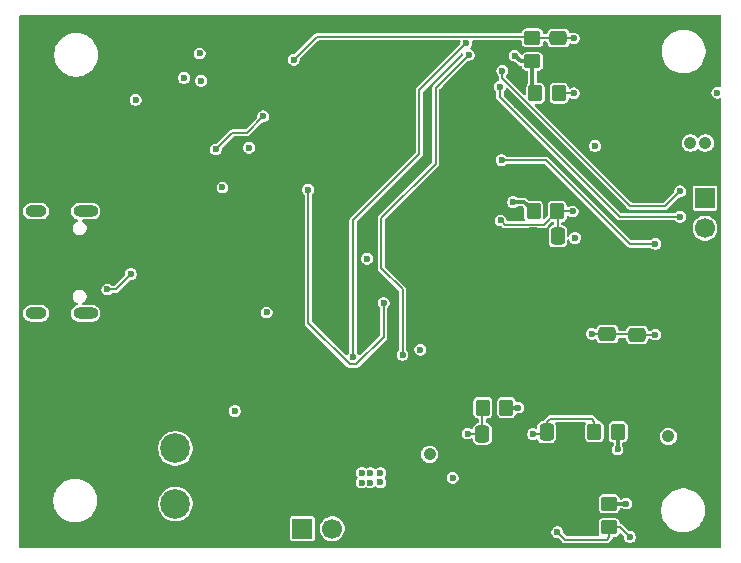
<source format=gbl>
G04 #@! TF.GenerationSoftware,KiCad,Pcbnew,9.0.6*
G04 #@! TF.CreationDate,2026-02-28T15:55:13-05:00*
G04 #@! TF.ProjectId,GoldenForm_1,476f6c64-656e-4466-9f72-6d5f312e6b69,rev?*
G04 #@! TF.SameCoordinates,Original*
G04 #@! TF.FileFunction,Copper,L4,Bot*
G04 #@! TF.FilePolarity,Positive*
%FSLAX46Y46*%
G04 Gerber Fmt 4.6, Leading zero omitted, Abs format (unit mm)*
G04 Created by KiCad (PCBNEW 9.0.6) date 2026-02-28 15:55:13*
%MOMM*%
%LPD*%
G01*
G04 APERTURE LIST*
G04 Aperture macros list*
%AMRoundRect*
0 Rectangle with rounded corners*
0 $1 Rounding radius*
0 $2 $3 $4 $5 $6 $7 $8 $9 X,Y pos of 4 corners*
0 Add a 4 corners polygon primitive as box body*
4,1,4,$2,$3,$4,$5,$6,$7,$8,$9,$2,$3,0*
0 Add four circle primitives for the rounded corners*
1,1,$1+$1,$2,$3*
1,1,$1+$1,$4,$5*
1,1,$1+$1,$6,$7*
1,1,$1+$1,$8,$9*
0 Add four rect primitives between the rounded corners*
20,1,$1+$1,$2,$3,$4,$5,0*
20,1,$1+$1,$4,$5,$6,$7,0*
20,1,$1+$1,$6,$7,$8,$9,0*
20,1,$1+$1,$8,$9,$2,$3,0*%
G04 Aperture macros list end*
G04 #@! TA.AperFunction,ComponentPad*
%ADD10R,2.520000X2.520000*%
G04 #@! TD*
G04 #@! TA.AperFunction,ComponentPad*
%ADD11C,2.520000*%
G04 #@! TD*
G04 #@! TA.AperFunction,ComponentPad*
%ADD12C,1.066800*%
G04 #@! TD*
G04 #@! TA.AperFunction,ComponentPad*
%ADD13R,1.700000X1.700000*%
G04 #@! TD*
G04 #@! TA.AperFunction,ComponentPad*
%ADD14C,1.700000*%
G04 #@! TD*
G04 #@! TA.AperFunction,HeatsinkPad*
%ADD15C,0.700000*%
G04 #@! TD*
G04 #@! TA.AperFunction,ComponentPad*
%ADD16O,1.803400X0.990600*%
G04 #@! TD*
G04 #@! TA.AperFunction,ComponentPad*
%ADD17O,2.108200X0.990600*%
G04 #@! TD*
G04 #@! TA.AperFunction,SMDPad,CuDef*
%ADD18RoundRect,0.250000X-0.350000X-0.450000X0.350000X-0.450000X0.350000X0.450000X-0.350000X0.450000X0*%
G04 #@! TD*
G04 #@! TA.AperFunction,SMDPad,CuDef*
%ADD19RoundRect,0.250000X0.350000X0.450000X-0.350000X0.450000X-0.350000X-0.450000X0.350000X-0.450000X0*%
G04 #@! TD*
G04 #@! TA.AperFunction,SMDPad,CuDef*
%ADD20RoundRect,0.250000X-0.337500X-0.475000X0.337500X-0.475000X0.337500X0.475000X-0.337500X0.475000X0*%
G04 #@! TD*
G04 #@! TA.AperFunction,SMDPad,CuDef*
%ADD21RoundRect,0.250000X-0.450000X0.350000X-0.450000X-0.350000X0.450000X-0.350000X0.450000X0.350000X0*%
G04 #@! TD*
G04 #@! TA.AperFunction,SMDPad,CuDef*
%ADD22RoundRect,0.250000X0.337500X0.475000X-0.337500X0.475000X-0.337500X-0.475000X0.337500X-0.475000X0*%
G04 #@! TD*
G04 #@! TA.AperFunction,SMDPad,CuDef*
%ADD23RoundRect,0.250000X-0.475000X0.337500X-0.475000X-0.337500X0.475000X-0.337500X0.475000X0.337500X0*%
G04 #@! TD*
G04 #@! TA.AperFunction,SMDPad,CuDef*
%ADD24RoundRect,0.250000X0.475000X-0.337500X0.475000X0.337500X-0.475000X0.337500X-0.475000X-0.337500X0*%
G04 #@! TD*
G04 #@! TA.AperFunction,SMDPad,CuDef*
%ADD25RoundRect,0.250000X0.450000X-0.350000X0.450000X0.350000X-0.450000X0.350000X-0.450000X-0.350000X0*%
G04 #@! TD*
G04 #@! TA.AperFunction,ViaPad*
%ADD26C,0.600000*%
G04 #@! TD*
G04 #@! TA.AperFunction,Conductor*
%ADD27C,0.200000*%
G04 #@! TD*
G04 #@! TA.AperFunction,Conductor*
%ADD28C,0.300000*%
G04 #@! TD*
G04 APERTURE END LIST*
D10*
X80772000Y-82804000D03*
D11*
X80772000Y-87504000D03*
X80772000Y-92204000D03*
D12*
X122500000Y-86500000D03*
X121250000Y-86500000D03*
X125624600Y-61649912D03*
X124374600Y-61649912D03*
D13*
X125600000Y-66325000D03*
D14*
X125600000Y-68865000D03*
D15*
X95200000Y-58700000D03*
X95200000Y-60100000D03*
X95900000Y-58000000D03*
X95900000Y-59400000D03*
X95900000Y-60800000D03*
X96600000Y-58700000D03*
X96600000Y-60100000D03*
X97300000Y-58000000D03*
X97300000Y-59400000D03*
X97300000Y-60800000D03*
X98000000Y-58700000D03*
X98000000Y-60100000D03*
D12*
X102299912Y-88000000D03*
X102299912Y-86750000D03*
D13*
X91515000Y-94300000D03*
D14*
X94055000Y-94300000D03*
X96595000Y-94300000D03*
X99135000Y-94300000D03*
D16*
X68980800Y-67429998D03*
D17*
X73160800Y-67429998D03*
X73160800Y-76070002D03*
D16*
X68980800Y-76070002D03*
D18*
X111250000Y-57450000D03*
X113250000Y-57450000D03*
D19*
X118250000Y-86100000D03*
X116250000Y-86100000D03*
D20*
X106762500Y-86300000D03*
X108837500Y-86300000D03*
D21*
X117500000Y-92200000D03*
X117500000Y-94200000D03*
D22*
X113150000Y-69550000D03*
X111075000Y-69550000D03*
D23*
X113200000Y-52762500D03*
X113200000Y-54837500D03*
D18*
X111100000Y-67450000D03*
X113100000Y-67450000D03*
D24*
X119860000Y-77897500D03*
X119860000Y-75822500D03*
D25*
X111000000Y-54750000D03*
X111000000Y-52750000D03*
D19*
X108800000Y-84050000D03*
X106800000Y-84050000D03*
D20*
X112187500Y-86150000D03*
X114262500Y-86150000D03*
D24*
X117350000Y-77827500D03*
X117350000Y-75752500D03*
D26*
X77040000Y-56190000D03*
X93600000Y-82400000D03*
X94000000Y-79800000D03*
X78950000Y-60400000D03*
X77800000Y-63500000D03*
X90600000Y-82400000D03*
X82670000Y-51960000D03*
X109850000Y-70100000D03*
X119750000Y-89250000D03*
X78750000Y-77000000D03*
X94600000Y-89000000D03*
X85600000Y-59850000D03*
X99250000Y-92250000D03*
X94800000Y-82400000D03*
X113150000Y-56050000D03*
X90800000Y-79800000D03*
X94400000Y-87200000D03*
X89800000Y-82400000D03*
X94000000Y-86400000D03*
X94200000Y-91000000D03*
X96200000Y-82400000D03*
X108400000Y-51550000D03*
X74950000Y-67300000D03*
X92400000Y-82400000D03*
X116020000Y-75630000D03*
X116600000Y-87425000D03*
X78120000Y-65890000D03*
X93800000Y-92400000D03*
X92600000Y-85600000D03*
X95200000Y-90800000D03*
X74000000Y-78750000D03*
X91400000Y-82400000D03*
X97600000Y-82400000D03*
X92800000Y-86400000D03*
X109760000Y-67840000D03*
X122700000Y-68700000D03*
X104250000Y-86750000D03*
X75254999Y-71185000D03*
X92400000Y-83400000D03*
X121330000Y-75840000D03*
X94000000Y-85800000D03*
X94600000Y-90400000D03*
X125600000Y-85400000D03*
X75000000Y-76750000D03*
X100000000Y-92000000D03*
X94750000Y-92500000D03*
X110000000Y-86300000D03*
X78900000Y-58500000D03*
X101500000Y-84350000D03*
X93000000Y-92400000D03*
X95500000Y-92500000D03*
X89750000Y-91250000D03*
X121900000Y-59600000D03*
X118550000Y-51400000D03*
X94200000Y-91800000D03*
X109650000Y-58400000D03*
X121400000Y-70200000D03*
X108400000Y-63100000D03*
X100000000Y-79600000D03*
X105600000Y-54200000D03*
X84200000Y-62200000D03*
X88200000Y-59400000D03*
X92000000Y-65600000D03*
X98400000Y-75200000D03*
X95800000Y-79800000D03*
X105400000Y-53200000D03*
X123500000Y-67900000D03*
X108250000Y-56900000D03*
X123500000Y-65750000D03*
X108450000Y-55550000D03*
X114400000Y-67450000D03*
X108300000Y-68200000D03*
X90800000Y-54600000D03*
X114500000Y-52800000D03*
X114500000Y-57450000D03*
X111050000Y-86300000D03*
X105500000Y-86250000D03*
X119250000Y-95000000D03*
X113100000Y-94600000D03*
X77000000Y-72750000D03*
X75000000Y-74050000D03*
X109800000Y-84050000D03*
X118200000Y-87600000D03*
X84750000Y-65400000D03*
X97000000Y-71450000D03*
X81500000Y-56140000D03*
X96525000Y-90400000D03*
X98125000Y-89600000D03*
X82830000Y-54070000D03*
X116300000Y-61900000D03*
X88500000Y-76000000D03*
X82940000Y-56390000D03*
X85800000Y-84350000D03*
X126650000Y-57400000D03*
X121410000Y-77870000D03*
X109354559Y-66660639D03*
X87000000Y-62050000D03*
X97275000Y-89600000D03*
X97250000Y-90400000D03*
X114600000Y-69700000D03*
X96550000Y-89600000D03*
X98125000Y-90375000D03*
X109500000Y-54250000D03*
X77400000Y-58000000D03*
X104250000Y-90000000D03*
X101500000Y-79150000D03*
X118925000Y-92175000D03*
X116050000Y-77810000D03*
D27*
X116600000Y-87425000D02*
X115475000Y-87425000D01*
X111075000Y-69550000D02*
X110400000Y-69550000D01*
X110400000Y-69550000D02*
X109850000Y-70100000D01*
X117350000Y-75752500D02*
X119790000Y-75752500D01*
X117227500Y-75630000D02*
X117350000Y-75752500D01*
X121312500Y-75822500D02*
X121330000Y-75840000D01*
X113200000Y-54837500D02*
X113200000Y-56000000D01*
X115475000Y-87425000D02*
X114262500Y-86212500D01*
X108837500Y-86300000D02*
X110000000Y-86300000D01*
X119860000Y-75822500D02*
X121312500Y-75822500D01*
X110029232Y-86329232D02*
X110000000Y-86300000D01*
X116020000Y-75630000D02*
X117227500Y-75630000D01*
X119790000Y-75752500D02*
X119860000Y-75822500D01*
X113200000Y-56000000D02*
X113150000Y-56050000D01*
X114262500Y-86212500D02*
X114262500Y-86150000D01*
X112150000Y-63100000D02*
X108400000Y-63100000D01*
X121400000Y-70200000D02*
X119250000Y-70200000D01*
X119250000Y-70200000D02*
X112150000Y-63100000D01*
X100000000Y-79600000D02*
X100000000Y-74050000D01*
X98200000Y-72250000D02*
X98200000Y-68000000D01*
X98200000Y-68000000D02*
X102800000Y-63400000D01*
X102800000Y-57000000D02*
X105600000Y-54200000D01*
X100000000Y-74050000D02*
X98200000Y-72250000D01*
X102800000Y-63400000D02*
X102800000Y-57000000D01*
X86800000Y-60800000D02*
X88200000Y-59400000D01*
X84200000Y-62200000D02*
X85600000Y-60800000D01*
X85600000Y-60800000D02*
X86800000Y-60800000D01*
X98400000Y-78049943D02*
X96048943Y-80401000D01*
X92000000Y-76849943D02*
X92000000Y-65600000D01*
X98400000Y-75200000D02*
X98400000Y-78049943D01*
X96048943Y-80401000D02*
X95551057Y-80401000D01*
X95551057Y-80401000D02*
X92000000Y-76849943D01*
X101400000Y-62600000D02*
X101400000Y-57200000D01*
X101400000Y-57200000D02*
X105400000Y-53200000D01*
X95800000Y-79800000D02*
X95800000Y-68200000D01*
X95800000Y-68200000D02*
X101400000Y-62600000D01*
X118370768Y-67900000D02*
X108250000Y-57779232D01*
X123500000Y-67900000D02*
X118370768Y-67900000D01*
X108250000Y-57779232D02*
X108250000Y-56900000D01*
X108450000Y-55550000D02*
X108450000Y-56165448D01*
X122250000Y-67000000D02*
X123500000Y-65750000D01*
X108450000Y-56165448D02*
X119284552Y-67000000D01*
X119284552Y-67000000D02*
X122250000Y-67000000D01*
X108300000Y-68200000D02*
X108674000Y-68574000D01*
X113150000Y-69550000D02*
X113150000Y-67500000D01*
X113150000Y-67500000D02*
X113100000Y-67450000D01*
X108674000Y-68574000D02*
X111976000Y-68574000D01*
X111976000Y-68574000D02*
X113100000Y-67450000D01*
X113100000Y-67450000D02*
X114400000Y-67450000D01*
X111000000Y-52750000D02*
X113187500Y-52750000D01*
X113187500Y-52750000D02*
X113200000Y-52762500D01*
X114462500Y-52762500D02*
X114500000Y-52800000D01*
X113200000Y-52762500D02*
X114462500Y-52762500D01*
X110899000Y-52649000D02*
X111000000Y-52750000D01*
X92751000Y-52649000D02*
X110899000Y-52649000D01*
X90800000Y-54600000D02*
X92751000Y-52649000D01*
X113250000Y-57450000D02*
X114500000Y-57450000D01*
X112187500Y-85312500D02*
X112500000Y-85000000D01*
X116000000Y-85000000D02*
X116250000Y-85250000D01*
X112500000Y-85000000D02*
X116000000Y-85000000D01*
X112187500Y-86150000D02*
X112187500Y-85312500D01*
X112037500Y-86300000D02*
X112187500Y-86150000D01*
X116250000Y-85250000D02*
X116250000Y-86100000D01*
X111050000Y-86300000D02*
X112037500Y-86300000D01*
X105500000Y-86250000D02*
X106712500Y-86250000D01*
X106762500Y-86300000D02*
X106762500Y-84087500D01*
X106712500Y-86250000D02*
X106762500Y-86300000D01*
X106762500Y-84087500D02*
X106800000Y-84050000D01*
X117300000Y-95225000D02*
X117500000Y-95025000D01*
X113725000Y-95225000D02*
X117300000Y-95225000D01*
X119250000Y-95000000D02*
X118450000Y-94200000D01*
X117500000Y-95025000D02*
X117500000Y-94200000D01*
X113100000Y-94600000D02*
X113725000Y-95225000D01*
X118450000Y-94200000D02*
X117500000Y-94200000D01*
X75000000Y-74050000D02*
X75700000Y-74050000D01*
X75700000Y-74050000D02*
X77000000Y-72750000D01*
D28*
X109800000Y-84050000D02*
X108800000Y-84050000D01*
X117500000Y-92200000D02*
X118900000Y-92200000D01*
X118250000Y-87550000D02*
X118200000Y-87600000D01*
D27*
X117350000Y-77827500D02*
X119790000Y-77827500D01*
X117350000Y-77827500D02*
X116067500Y-77827500D01*
D28*
X118250000Y-86100000D02*
X118250000Y-87550000D01*
D27*
X119860000Y-77897500D02*
X121382500Y-77897500D01*
X121382500Y-77897500D02*
X121410000Y-77870000D01*
D28*
X110310639Y-66660639D02*
X109354559Y-66660639D01*
D27*
X119790000Y-77827500D02*
X119860000Y-77897500D01*
D28*
X110000000Y-54750000D02*
X109500000Y-54250000D01*
X111000000Y-54750000D02*
X110000000Y-54750000D01*
X118900000Y-92200000D02*
X118925000Y-92175000D01*
X111100000Y-67450000D02*
X110310639Y-66660639D01*
X111000000Y-54750000D02*
X111000000Y-57200000D01*
D27*
X116067500Y-77827500D02*
X116050000Y-77810000D01*
D28*
X111000000Y-57200000D02*
X111250000Y-57450000D01*
G04 #@! TA.AperFunction,Conductor*
G36*
X126958691Y-50829407D02*
G01*
X126994655Y-50878907D01*
X126999500Y-50909500D01*
X126999500Y-56852382D01*
X126980593Y-56910573D01*
X126931093Y-56946537D01*
X126869907Y-56946537D01*
X126851003Y-56938120D01*
X126843189Y-56933609D01*
X126843191Y-56933609D01*
X126793799Y-56920375D01*
X126715892Y-56899500D01*
X126584108Y-56899500D01*
X126506200Y-56920375D01*
X126456809Y-56933609D01*
X126342690Y-56999496D01*
X126249496Y-57092690D01*
X126183609Y-57206809D01*
X126183608Y-57206814D01*
X126149500Y-57334108D01*
X126149500Y-57465892D01*
X126167644Y-57533608D01*
X126183609Y-57593190D01*
X126249496Y-57707309D01*
X126249498Y-57707311D01*
X126249500Y-57707314D01*
X126342686Y-57800500D01*
X126342688Y-57800501D01*
X126342690Y-57800503D01*
X126456810Y-57866390D01*
X126456808Y-57866390D01*
X126456812Y-57866391D01*
X126456814Y-57866392D01*
X126584108Y-57900500D01*
X126584110Y-57900500D01*
X126715890Y-57900500D01*
X126715892Y-57900500D01*
X126843186Y-57866392D01*
X126850998Y-57861882D01*
X126910846Y-57849159D01*
X126966742Y-57874044D01*
X126997336Y-57927031D01*
X126999500Y-57947617D01*
X126999500Y-95826500D01*
X126980593Y-95884691D01*
X126931093Y-95920655D01*
X126900500Y-95925500D01*
X67659500Y-95925500D01*
X67601309Y-95906593D01*
X67565345Y-95857093D01*
X67560500Y-95826500D01*
X67560500Y-91808710D01*
X70429500Y-91808710D01*
X70429500Y-92051289D01*
X70461161Y-92291781D01*
X70461161Y-92291786D01*
X70461162Y-92291789D01*
X70512213Y-92482314D01*
X70523944Y-92526092D01*
X70523948Y-92526105D01*
X70616772Y-92750204D01*
X70616774Y-92750208D01*
X70616776Y-92750212D01*
X70733736Y-92952792D01*
X70738066Y-92960292D01*
X70885729Y-93152731D01*
X70885731Y-93152733D01*
X70885735Y-93152738D01*
X71057262Y-93324265D01*
X71057266Y-93324268D01*
X71057268Y-93324270D01*
X71217483Y-93447207D01*
X71249711Y-93471936D01*
X71459788Y-93593224D01*
X71683900Y-93686054D01*
X71918211Y-93748838D01*
X72158712Y-93780500D01*
X72158713Y-93780500D01*
X72401287Y-93780500D01*
X72401288Y-93780500D01*
X72641789Y-93748838D01*
X72876100Y-93686054D01*
X73100212Y-93593224D01*
X73310289Y-93471936D01*
X73502738Y-93324265D01*
X73674265Y-93152738D01*
X73821936Y-92960289D01*
X73943224Y-92750212D01*
X74036054Y-92526100D01*
X74098838Y-92291789D01*
X74125528Y-92089052D01*
X79311500Y-92089052D01*
X79311500Y-92318947D01*
X79347461Y-92545996D01*
X79418502Y-92764637D01*
X79518191Y-92960289D01*
X79522869Y-92969469D01*
X79657993Y-93155452D01*
X79820548Y-93318007D01*
X80006531Y-93453131D01*
X80211363Y-93557498D01*
X80429999Y-93628537D01*
X80430000Y-93628537D01*
X80430003Y-93628538D01*
X80657053Y-93664500D01*
X80657056Y-93664500D01*
X80886947Y-93664500D01*
X81113996Y-93628538D01*
X81113997Y-93628537D01*
X81114001Y-93628537D01*
X81332637Y-93557498D01*
X81537469Y-93453131D01*
X81568958Y-93430253D01*
X90464500Y-93430253D01*
X90464500Y-95169746D01*
X90464501Y-95169758D01*
X90476132Y-95228227D01*
X90476134Y-95228233D01*
X90520445Y-95294548D01*
X90520448Y-95294552D01*
X90586769Y-95338867D01*
X90631231Y-95347711D01*
X90645241Y-95350498D01*
X90645246Y-95350498D01*
X90645252Y-95350500D01*
X90645253Y-95350500D01*
X92384747Y-95350500D01*
X92384748Y-95350500D01*
X92443231Y-95338867D01*
X92509552Y-95294552D01*
X92553867Y-95228231D01*
X92565500Y-95169748D01*
X92565500Y-94196532D01*
X93004500Y-94196532D01*
X93004500Y-94403467D01*
X93044869Y-94606418D01*
X93124058Y-94797597D01*
X93239020Y-94969651D01*
X93239023Y-94969655D01*
X93385345Y-95115977D01*
X93557402Y-95230941D01*
X93748580Y-95310130D01*
X93951535Y-95350500D01*
X93951536Y-95350500D01*
X94158464Y-95350500D01*
X94158465Y-95350500D01*
X94361420Y-95310130D01*
X94552598Y-95230941D01*
X94724655Y-95115977D01*
X94870977Y-94969655D01*
X94985941Y-94797598D01*
X95065130Y-94606420D01*
X95079514Y-94534108D01*
X112599500Y-94534108D01*
X112599500Y-94665892D01*
X112608671Y-94700119D01*
X112633609Y-94793190D01*
X112699496Y-94907309D01*
X112699498Y-94907311D01*
X112699500Y-94907314D01*
X112792686Y-95000500D01*
X112792688Y-95000501D01*
X112792690Y-95000503D01*
X112906810Y-95066390D01*
X112906808Y-95066390D01*
X112906812Y-95066391D01*
X112906814Y-95066392D01*
X113034108Y-95100500D01*
X113034110Y-95100500D01*
X113134521Y-95100500D01*
X113192712Y-95119407D01*
X113204525Y-95129496D01*
X113484540Y-95409511D01*
X113484539Y-95409511D01*
X113540489Y-95465460D01*
X113609007Y-95505019D01*
X113609011Y-95505021D01*
X113685435Y-95525499D01*
X113685437Y-95525500D01*
X113685438Y-95525500D01*
X117339563Y-95525500D01*
X117339563Y-95525499D01*
X117415989Y-95505021D01*
X117484511Y-95465460D01*
X117512485Y-95437485D01*
X117540461Y-95409511D01*
X117655423Y-95294548D01*
X117740460Y-95209511D01*
X117763412Y-95169758D01*
X117780020Y-95140992D01*
X117780020Y-95140990D01*
X117780022Y-95140988D01*
X117798004Y-95073876D01*
X117831328Y-95022562D01*
X117888450Y-95000636D01*
X117893631Y-95000500D01*
X118004273Y-95000500D01*
X118004273Y-95000499D01*
X118034699Y-94997646D01*
X118162882Y-94952793D01*
X118272150Y-94872150D01*
X118352793Y-94762882D01*
X118361700Y-94737426D01*
X118398763Y-94688746D01*
X118457363Y-94671148D01*
X118515115Y-94691355D01*
X118525148Y-94700119D01*
X118720504Y-94895475D01*
X118748281Y-94949992D01*
X118749500Y-94965479D01*
X118749500Y-95065892D01*
X118769622Y-95140988D01*
X118783609Y-95193190D01*
X118849496Y-95307309D01*
X118849498Y-95307311D01*
X118849500Y-95307314D01*
X118942686Y-95400500D01*
X118942688Y-95400501D01*
X118942690Y-95400503D01*
X119056810Y-95466390D01*
X119056808Y-95466390D01*
X119056812Y-95466391D01*
X119056814Y-95466392D01*
X119184108Y-95500500D01*
X119184110Y-95500500D01*
X119315890Y-95500500D01*
X119315892Y-95500500D01*
X119443186Y-95466392D01*
X119443188Y-95466390D01*
X119443190Y-95466390D01*
X119557309Y-95400503D01*
X119557309Y-95400502D01*
X119557314Y-95400500D01*
X119650500Y-95307314D01*
X119657868Y-95294552D01*
X119716390Y-95193190D01*
X119716390Y-95193188D01*
X119716392Y-95193186D01*
X119750500Y-95065892D01*
X119750500Y-94934108D01*
X119716392Y-94806814D01*
X119716390Y-94806811D01*
X119716390Y-94806809D01*
X119650503Y-94692690D01*
X119650501Y-94692688D01*
X119650500Y-94692686D01*
X119557314Y-94599500D01*
X119557311Y-94599498D01*
X119557309Y-94599496D01*
X119443189Y-94533609D01*
X119443191Y-94533609D01*
X119393799Y-94520375D01*
X119315892Y-94499500D01*
X119215479Y-94499500D01*
X119157288Y-94480593D01*
X119145475Y-94470504D01*
X118966904Y-94291933D01*
X118634511Y-93959540D01*
X118608469Y-93944505D01*
X118565989Y-93919979D01*
X118489562Y-93899500D01*
X118480760Y-93899500D01*
X118465569Y-93893958D01*
X118449623Y-93881480D01*
X118431352Y-93872765D01*
X118426082Y-93863059D01*
X118417383Y-93856252D01*
X118411816Y-93836783D01*
X118402158Y-93818994D01*
X118400500Y-93800954D01*
X118400500Y-93795727D01*
X118400499Y-93795725D01*
X118399052Y-93780292D01*
X118397646Y-93765301D01*
X118352793Y-93637118D01*
X118347794Y-93630345D01*
X118272154Y-93527855D01*
X118272152Y-93527853D01*
X118272150Y-93527850D01*
X118272146Y-93527847D01*
X118272144Y-93527845D01*
X118162883Y-93447207D01*
X118034703Y-93402355D01*
X118034694Y-93402353D01*
X118004274Y-93399500D01*
X118004266Y-93399500D01*
X116995734Y-93399500D01*
X116995725Y-93399500D01*
X116965305Y-93402353D01*
X116965296Y-93402355D01*
X116837116Y-93447207D01*
X116727855Y-93527845D01*
X116727845Y-93527855D01*
X116647207Y-93637116D01*
X116602355Y-93765296D01*
X116602353Y-93765305D01*
X116599500Y-93795725D01*
X116599500Y-94604274D01*
X116602353Y-94634694D01*
X116602355Y-94634703D01*
X116647207Y-94762883D01*
X116650033Y-94766712D01*
X116669375Y-94824759D01*
X116650904Y-94883090D01*
X116601674Y-94919423D01*
X116570378Y-94924500D01*
X113890479Y-94924500D01*
X113832288Y-94905593D01*
X113820475Y-94895504D01*
X113629496Y-94704525D01*
X113601719Y-94650008D01*
X113600500Y-94634521D01*
X113600500Y-94534109D01*
X113591227Y-94499500D01*
X113566392Y-94406814D01*
X113566390Y-94406811D01*
X113566390Y-94406809D01*
X113500503Y-94292690D01*
X113500501Y-94292688D01*
X113500500Y-94292686D01*
X113407314Y-94199500D01*
X113407311Y-94199498D01*
X113407309Y-94199496D01*
X113293189Y-94133609D01*
X113293191Y-94133609D01*
X113243799Y-94120375D01*
X113165892Y-94099500D01*
X113034108Y-94099500D01*
X112956200Y-94120375D01*
X112906809Y-94133609D01*
X112792690Y-94199496D01*
X112699496Y-94292690D01*
X112633609Y-94406809D01*
X112616542Y-94470504D01*
X112599500Y-94534108D01*
X95079514Y-94534108D01*
X95105500Y-94403465D01*
X95105500Y-94196535D01*
X95065130Y-93993580D01*
X94985941Y-93802402D01*
X94870977Y-93630345D01*
X94724655Y-93484023D01*
X94724651Y-93484020D01*
X94552597Y-93369058D01*
X94361418Y-93289869D01*
X94158467Y-93249500D01*
X94158465Y-93249500D01*
X93951535Y-93249500D01*
X93951532Y-93249500D01*
X93748581Y-93289869D01*
X93557402Y-93369058D01*
X93385348Y-93484020D01*
X93239020Y-93630348D01*
X93124058Y-93802402D01*
X93044869Y-93993581D01*
X93004500Y-94196532D01*
X92565500Y-94196532D01*
X92565500Y-93430252D01*
X92553867Y-93371769D01*
X92509552Y-93305448D01*
X92509548Y-93305445D01*
X92443233Y-93261134D01*
X92443231Y-93261133D01*
X92443228Y-93261132D01*
X92443227Y-93261132D01*
X92384758Y-93249501D01*
X92384748Y-93249500D01*
X90645252Y-93249500D01*
X90645251Y-93249500D01*
X90645241Y-93249501D01*
X90586772Y-93261132D01*
X90586766Y-93261134D01*
X90520451Y-93305445D01*
X90520445Y-93305451D01*
X90476134Y-93371766D01*
X90476132Y-93371772D01*
X90464501Y-93430241D01*
X90464500Y-93430253D01*
X81568958Y-93430253D01*
X81723452Y-93318007D01*
X81886007Y-93155452D01*
X82021131Y-92969469D01*
X82125498Y-92764637D01*
X82196537Y-92546001D01*
X82196538Y-92545996D01*
X82232500Y-92318947D01*
X82232500Y-92089052D01*
X82196538Y-91862003D01*
X82192476Y-91849500D01*
X82175003Y-91795725D01*
X116599500Y-91795725D01*
X116599500Y-92604274D01*
X116602353Y-92634694D01*
X116602355Y-92634703D01*
X116647207Y-92762883D01*
X116727845Y-92872144D01*
X116727847Y-92872146D01*
X116727850Y-92872150D01*
X116727853Y-92872152D01*
X116727855Y-92872154D01*
X116837116Y-92952792D01*
X116837117Y-92952792D01*
X116837118Y-92952793D01*
X116965301Y-92997646D01*
X116995725Y-93000499D01*
X116995727Y-93000500D01*
X116995734Y-93000500D01*
X118004273Y-93000500D01*
X118004273Y-93000499D01*
X118034699Y-92997646D01*
X118162882Y-92952793D01*
X118272150Y-92872150D01*
X118352793Y-92762882D01*
X118397646Y-92634699D01*
X118397646Y-92634689D01*
X118398931Y-92628815D01*
X118401537Y-92629384D01*
X118401537Y-92618907D01*
X118413373Y-92602615D01*
X118421344Y-92584129D01*
X118430940Y-92578436D01*
X118437501Y-92569407D01*
X118456650Y-92563184D01*
X118473967Y-92552913D01*
X118495692Y-92550500D01*
X118551679Y-92550500D01*
X118609870Y-92569407D01*
X118612476Y-92571633D01*
X118612540Y-92571551D01*
X118617690Y-92575503D01*
X118731810Y-92641390D01*
X118731808Y-92641390D01*
X118731812Y-92641391D01*
X118731814Y-92641392D01*
X118859108Y-92675500D01*
X118859110Y-92675500D01*
X118990890Y-92675500D01*
X118990892Y-92675500D01*
X119118186Y-92641392D01*
X119118188Y-92641390D01*
X119118190Y-92641390D01*
X119140152Y-92628710D01*
X121899500Y-92628710D01*
X121899500Y-92871289D01*
X121931161Y-93111781D01*
X121931161Y-93111786D01*
X121942862Y-93155453D01*
X121986418Y-93318007D01*
X121993944Y-93346092D01*
X121993948Y-93346105D01*
X122086772Y-93570204D01*
X122086774Y-93570208D01*
X122086776Y-93570212D01*
X122153658Y-93686055D01*
X122208066Y-93780292D01*
X122355729Y-93972731D01*
X122355731Y-93972733D01*
X122355735Y-93972738D01*
X122527262Y-94144265D01*
X122527266Y-94144268D01*
X122527268Y-94144270D01*
X122719707Y-94291933D01*
X122719711Y-94291936D01*
X122929788Y-94413224D01*
X123153900Y-94506054D01*
X123388211Y-94568838D01*
X123628712Y-94600500D01*
X123628713Y-94600500D01*
X123871287Y-94600500D01*
X123871288Y-94600500D01*
X124111789Y-94568838D01*
X124346100Y-94506054D01*
X124570212Y-94413224D01*
X124780289Y-94291936D01*
X124972738Y-94144265D01*
X125144265Y-93972738D01*
X125291936Y-93780289D01*
X125413224Y-93570212D01*
X125506054Y-93346100D01*
X125568838Y-93111789D01*
X125600500Y-92871288D01*
X125600500Y-92628712D01*
X125568838Y-92388211D01*
X125506054Y-92153900D01*
X125413224Y-91929788D01*
X125291936Y-91719711D01*
X125283416Y-91708608D01*
X125144270Y-91527268D01*
X125144268Y-91527266D01*
X125144265Y-91527262D01*
X124972738Y-91355735D01*
X124972733Y-91355731D01*
X124972731Y-91355729D01*
X124780292Y-91208066D01*
X124780289Y-91208064D01*
X124570212Y-91086776D01*
X124570208Y-91086774D01*
X124570204Y-91086772D01*
X124346105Y-90993948D01*
X124346104Y-90993947D01*
X124346100Y-90993946D01*
X124111789Y-90931162D01*
X124111786Y-90931161D01*
X124111784Y-90931161D01*
X123871289Y-90899500D01*
X123871288Y-90899500D01*
X123628712Y-90899500D01*
X123628710Y-90899500D01*
X123388218Y-90931161D01*
X123388213Y-90931161D01*
X123153907Y-90993944D01*
X123153894Y-90993948D01*
X122929795Y-91086772D01*
X122719707Y-91208066D01*
X122527268Y-91355729D01*
X122355729Y-91527268D01*
X122208066Y-91719707D01*
X122086772Y-91929795D01*
X121993948Y-92153894D01*
X121993944Y-92153907D01*
X121931161Y-92388213D01*
X121931161Y-92388218D01*
X121899500Y-92628710D01*
X119140152Y-92628710D01*
X119232309Y-92575503D01*
X119232309Y-92575502D01*
X119232314Y-92575500D01*
X119325500Y-92482314D01*
X119325503Y-92482309D01*
X119391390Y-92368190D01*
X119391390Y-92368188D01*
X119391392Y-92368186D01*
X119425500Y-92240892D01*
X119425500Y-92109108D01*
X119391392Y-91981814D01*
X119391390Y-91981811D01*
X119391390Y-91981809D01*
X119325503Y-91867690D01*
X119325501Y-91867688D01*
X119325500Y-91867686D01*
X119232314Y-91774500D01*
X119232311Y-91774498D01*
X119232309Y-91774496D01*
X119118189Y-91708609D01*
X119118191Y-91708609D01*
X119068799Y-91695375D01*
X118990892Y-91674500D01*
X118859108Y-91674500D01*
X118781200Y-91695375D01*
X118731809Y-91708609D01*
X118617690Y-91774496D01*
X118617684Y-91774500D01*
X118571681Y-91820504D01*
X118564564Y-91824129D01*
X118559869Y-91830593D01*
X118537817Y-91837757D01*
X118517164Y-91848281D01*
X118501678Y-91849500D01*
X118495692Y-91849500D01*
X118437501Y-91830593D01*
X118401537Y-91781093D01*
X118399468Y-91771067D01*
X118398931Y-91771185D01*
X118397646Y-91765305D01*
X118397646Y-91765301D01*
X118352793Y-91637118D01*
X118272150Y-91527850D01*
X118272146Y-91527847D01*
X118272144Y-91527845D01*
X118162883Y-91447207D01*
X118034703Y-91402355D01*
X118034694Y-91402353D01*
X118004274Y-91399500D01*
X118004266Y-91399500D01*
X116995734Y-91399500D01*
X116995725Y-91399500D01*
X116965305Y-91402353D01*
X116965296Y-91402355D01*
X116837116Y-91447207D01*
X116727855Y-91527845D01*
X116727845Y-91527855D01*
X116647207Y-91637116D01*
X116602355Y-91765296D01*
X116602353Y-91765305D01*
X116599500Y-91795725D01*
X82175003Y-91795725D01*
X82125498Y-91643363D01*
X82021131Y-91438531D01*
X81886007Y-91252548D01*
X81723452Y-91089993D01*
X81537469Y-90954869D01*
X81537468Y-90954868D01*
X81537466Y-90954867D01*
X81332637Y-90850502D01*
X81113996Y-90779461D01*
X80886947Y-90743500D01*
X80886944Y-90743500D01*
X80657056Y-90743500D01*
X80657053Y-90743500D01*
X80430003Y-90779461D01*
X80211362Y-90850502D01*
X80006533Y-90954867D01*
X79952746Y-90993946D01*
X79820548Y-91089993D01*
X79657993Y-91252548D01*
X79590431Y-91345539D01*
X79522867Y-91438533D01*
X79418502Y-91643362D01*
X79347461Y-91862003D01*
X79311500Y-92089052D01*
X74125528Y-92089052D01*
X74130500Y-92051288D01*
X74130500Y-91808712D01*
X74098838Y-91568211D01*
X74036054Y-91333900D01*
X73943224Y-91109788D01*
X73821936Y-90899711D01*
X73803358Y-90875500D01*
X73674270Y-90707268D01*
X73674268Y-90707266D01*
X73674265Y-90707262D01*
X73502738Y-90535735D01*
X73502733Y-90535731D01*
X73502731Y-90535729D01*
X73333874Y-90406161D01*
X73310292Y-90388066D01*
X73310289Y-90388064D01*
X73216834Y-90334108D01*
X96024500Y-90334108D01*
X96024500Y-90465892D01*
X96033773Y-90500500D01*
X96058609Y-90593190D01*
X96124496Y-90707309D01*
X96124498Y-90707311D01*
X96124500Y-90707314D01*
X96217686Y-90800500D01*
X96217688Y-90800501D01*
X96217690Y-90800503D01*
X96331810Y-90866390D01*
X96331808Y-90866390D01*
X96331812Y-90866391D01*
X96331814Y-90866392D01*
X96459108Y-90900500D01*
X96459110Y-90900500D01*
X96590890Y-90900500D01*
X96590892Y-90900500D01*
X96718186Y-90866392D01*
X96718188Y-90866390D01*
X96718190Y-90866390D01*
X96837934Y-90797256D01*
X96839571Y-90800092D01*
X96884573Y-90783984D01*
X96936036Y-90799039D01*
X96937066Y-90797256D01*
X97056810Y-90866390D01*
X97056808Y-90866390D01*
X97056812Y-90866391D01*
X97056814Y-90866392D01*
X97184108Y-90900500D01*
X97184110Y-90900500D01*
X97315890Y-90900500D01*
X97315892Y-90900500D01*
X97443186Y-90866392D01*
X97443188Y-90866390D01*
X97443190Y-90866390D01*
X97557309Y-90800503D01*
X97557309Y-90800502D01*
X97557314Y-90800500D01*
X97629997Y-90727816D01*
X97684511Y-90700040D01*
X97744943Y-90709611D01*
X97770002Y-90727817D01*
X97817684Y-90775499D01*
X97817690Y-90775503D01*
X97931810Y-90841390D01*
X97931808Y-90841390D01*
X97931812Y-90841391D01*
X97931814Y-90841392D01*
X98059108Y-90875500D01*
X98059110Y-90875500D01*
X98190890Y-90875500D01*
X98190892Y-90875500D01*
X98318186Y-90841392D01*
X98318188Y-90841390D01*
X98318190Y-90841390D01*
X98432309Y-90775503D01*
X98432309Y-90775502D01*
X98432314Y-90775500D01*
X98525500Y-90682314D01*
X98591392Y-90568186D01*
X98625500Y-90440892D01*
X98625500Y-90309108D01*
X98591392Y-90181814D01*
X98591390Y-90181811D01*
X98591390Y-90181809D01*
X98525503Y-90067690D01*
X98525501Y-90067688D01*
X98525500Y-90067686D01*
X98515315Y-90057501D01*
X98487540Y-90002987D01*
X98497111Y-89942555D01*
X98502241Y-89934108D01*
X103749500Y-89934108D01*
X103749500Y-90065892D01*
X103778452Y-90173944D01*
X103783609Y-90193190D01*
X103849496Y-90307309D01*
X103849498Y-90307311D01*
X103849500Y-90307314D01*
X103942686Y-90400500D01*
X103942688Y-90400501D01*
X103942690Y-90400503D01*
X104056810Y-90466390D01*
X104056808Y-90466390D01*
X104056812Y-90466391D01*
X104056814Y-90466392D01*
X104184108Y-90500500D01*
X104184110Y-90500500D01*
X104315890Y-90500500D01*
X104315892Y-90500500D01*
X104443186Y-90466392D01*
X104443188Y-90466390D01*
X104443190Y-90466390D01*
X104557309Y-90400503D01*
X104557309Y-90400502D01*
X104557314Y-90400500D01*
X104650500Y-90307314D01*
X104716392Y-90193186D01*
X104750500Y-90065892D01*
X104750500Y-89934108D01*
X104716392Y-89806814D01*
X104716390Y-89806811D01*
X104716390Y-89806809D01*
X104650503Y-89692690D01*
X104650501Y-89692688D01*
X104650500Y-89692686D01*
X104557314Y-89599500D01*
X104557311Y-89599498D01*
X104557309Y-89599496D01*
X104443189Y-89533609D01*
X104443191Y-89533609D01*
X104393799Y-89520375D01*
X104315892Y-89499500D01*
X104184108Y-89499500D01*
X104106200Y-89520375D01*
X104056809Y-89533609D01*
X103942690Y-89599496D01*
X103849496Y-89692690D01*
X103783609Y-89806809D01*
X103783608Y-89806814D01*
X103749500Y-89934108D01*
X98502241Y-89934108D01*
X98504761Y-89929958D01*
X98509523Y-89923290D01*
X98525500Y-89907314D01*
X98591392Y-89793186D01*
X98625500Y-89665892D01*
X98625500Y-89534108D01*
X98591392Y-89406814D01*
X98591390Y-89406811D01*
X98591390Y-89406809D01*
X98525503Y-89292690D01*
X98525501Y-89292688D01*
X98525500Y-89292686D01*
X98432314Y-89199500D01*
X98432311Y-89199498D01*
X98432309Y-89199496D01*
X98318189Y-89133609D01*
X98318191Y-89133609D01*
X98268799Y-89120375D01*
X98190892Y-89099500D01*
X98059108Y-89099500D01*
X97981200Y-89120375D01*
X97931809Y-89133609D01*
X97817690Y-89199496D01*
X97817689Y-89199497D01*
X97817686Y-89199499D01*
X97817686Y-89199500D01*
X97770001Y-89247184D01*
X97715487Y-89274960D01*
X97655055Y-89265389D01*
X97629999Y-89247185D01*
X97582314Y-89199500D01*
X97582311Y-89199498D01*
X97582309Y-89199496D01*
X97468189Y-89133609D01*
X97468191Y-89133609D01*
X97418799Y-89120375D01*
X97340892Y-89099500D01*
X97209108Y-89099500D01*
X97131200Y-89120375D01*
X97081809Y-89133609D01*
X96962066Y-89202744D01*
X96960513Y-89200055D01*
X96914481Y-89216038D01*
X96864074Y-89200768D01*
X96862934Y-89202744D01*
X96743189Y-89133609D01*
X96743191Y-89133609D01*
X96693799Y-89120375D01*
X96615892Y-89099500D01*
X96484108Y-89099500D01*
X96406200Y-89120375D01*
X96356809Y-89133609D01*
X96242690Y-89199496D01*
X96149496Y-89292690D01*
X96083609Y-89406809D01*
X96083608Y-89406814D01*
X96049500Y-89534108D01*
X96049500Y-89665892D01*
X96079579Y-89778151D01*
X96083609Y-89793190D01*
X96149496Y-89907309D01*
X96149501Y-89907315D01*
X96159684Y-89917499D01*
X96187460Y-89972016D01*
X96177886Y-90032448D01*
X96159682Y-90057503D01*
X96124501Y-90092684D01*
X96124496Y-90092690D01*
X96058609Y-90206809D01*
X96058608Y-90206814D01*
X96024500Y-90334108D01*
X73216834Y-90334108D01*
X73100212Y-90266776D01*
X73100208Y-90266774D01*
X73100204Y-90266772D01*
X72876105Y-90173948D01*
X72876104Y-90173947D01*
X72876100Y-90173946D01*
X72641789Y-90111162D01*
X72641786Y-90111161D01*
X72641784Y-90111161D01*
X72401289Y-90079500D01*
X72401288Y-90079500D01*
X72158712Y-90079500D01*
X72158710Y-90079500D01*
X71918218Y-90111161D01*
X71918213Y-90111161D01*
X71683907Y-90173944D01*
X71683894Y-90173948D01*
X71459795Y-90266772D01*
X71249707Y-90388066D01*
X71057268Y-90535729D01*
X70885729Y-90707268D01*
X70738066Y-90899707D01*
X70683657Y-90993946D01*
X70628204Y-91089995D01*
X70616772Y-91109795D01*
X70523948Y-91333894D01*
X70523944Y-91333907D01*
X70461161Y-91568213D01*
X70461161Y-91568218D01*
X70429500Y-91808710D01*
X67560500Y-91808710D01*
X67560500Y-87389052D01*
X79311500Y-87389052D01*
X79311500Y-87618947D01*
X79347461Y-87845996D01*
X79418502Y-88064637D01*
X79494641Y-88214070D01*
X79522869Y-88269469D01*
X79657993Y-88455452D01*
X79820548Y-88618007D01*
X80006531Y-88753131D01*
X80211363Y-88857498D01*
X80429999Y-88928537D01*
X80430000Y-88928537D01*
X80430003Y-88928538D01*
X80657053Y-88964500D01*
X80657056Y-88964500D01*
X80886947Y-88964500D01*
X81113996Y-88928538D01*
X81113997Y-88928537D01*
X81114001Y-88928537D01*
X81332637Y-88857498D01*
X81537469Y-88753131D01*
X81723452Y-88618007D01*
X81886007Y-88455452D01*
X82021131Y-88269469D01*
X82125498Y-88064637D01*
X82169987Y-87927714D01*
X101566012Y-87927714D01*
X101566012Y-88072285D01*
X101594215Y-88214070D01*
X101594215Y-88214072D01*
X101649536Y-88347629D01*
X101649536Y-88347630D01*
X101721582Y-88455453D01*
X101729855Y-88467834D01*
X101832078Y-88570057D01*
X101952280Y-88650374D01*
X102085841Y-88705697D01*
X102227629Y-88733900D01*
X102227630Y-88733900D01*
X102372194Y-88733900D01*
X102372195Y-88733900D01*
X102513983Y-88705697D01*
X102647544Y-88650374D01*
X102767746Y-88570057D01*
X102869969Y-88467834D01*
X102950286Y-88347632D01*
X103005609Y-88214071D01*
X103033812Y-88072283D01*
X103033812Y-87927717D01*
X103005609Y-87785929D01*
X102950287Y-87652370D01*
X102950287Y-87652369D01*
X102869969Y-87532166D01*
X102767745Y-87429942D01*
X102647541Y-87349624D01*
X102513983Y-87294303D01*
X102372197Y-87266100D01*
X102372195Y-87266100D01*
X102227629Y-87266100D01*
X102227626Y-87266100D01*
X102085841Y-87294303D01*
X102085839Y-87294303D01*
X101952282Y-87349624D01*
X101952281Y-87349624D01*
X101832078Y-87429942D01*
X101729854Y-87532166D01*
X101649536Y-87652369D01*
X101649536Y-87652370D01*
X101594215Y-87785927D01*
X101594215Y-87785929D01*
X101566012Y-87927714D01*
X82169987Y-87927714D01*
X82196537Y-87846001D01*
X82204902Y-87793190D01*
X82232500Y-87618947D01*
X82232500Y-87389052D01*
X82196538Y-87162003D01*
X82192760Y-87150375D01*
X82125498Y-86943363D01*
X82021131Y-86738531D01*
X81886007Y-86552548D01*
X81723452Y-86389993D01*
X81537469Y-86254869D01*
X81537468Y-86254868D01*
X81398593Y-86184108D01*
X104999500Y-86184108D01*
X104999500Y-86315892D01*
X105019355Y-86389993D01*
X105033609Y-86443190D01*
X105099496Y-86557309D01*
X105099498Y-86557311D01*
X105099500Y-86557314D01*
X105192686Y-86650500D01*
X105192688Y-86650501D01*
X105192690Y-86650503D01*
X105306810Y-86716390D01*
X105306808Y-86716390D01*
X105306812Y-86716391D01*
X105306814Y-86716392D01*
X105434108Y-86750500D01*
X105434110Y-86750500D01*
X105565890Y-86750500D01*
X105565892Y-86750500D01*
X105693186Y-86716392D01*
X105693188Y-86716390D01*
X105693190Y-86716390D01*
X105807309Y-86650503D01*
X105807309Y-86650502D01*
X105807314Y-86650500D01*
X105807317Y-86650496D01*
X105812460Y-86646551D01*
X105813683Y-86648145D01*
X105860013Y-86624540D01*
X105920445Y-86634111D01*
X105963710Y-86677376D01*
X105974500Y-86722321D01*
X105974500Y-86829274D01*
X105977353Y-86859694D01*
X105977355Y-86859703D01*
X106022207Y-86987883D01*
X106102845Y-87097144D01*
X106102847Y-87097146D01*
X106102850Y-87097150D01*
X106102853Y-87097152D01*
X106102855Y-87097154D01*
X106212116Y-87177792D01*
X106212117Y-87177792D01*
X106212118Y-87177793D01*
X106340301Y-87222646D01*
X106370725Y-87225499D01*
X106370727Y-87225500D01*
X106370734Y-87225500D01*
X107154273Y-87225500D01*
X107154273Y-87225499D01*
X107184699Y-87222646D01*
X107312882Y-87177793D01*
X107422150Y-87097150D01*
X107502793Y-86987882D01*
X107547646Y-86859699D01*
X107550499Y-86829273D01*
X107550500Y-86829273D01*
X107550500Y-86234108D01*
X110549500Y-86234108D01*
X110549500Y-86365892D01*
X110566065Y-86427714D01*
X110583609Y-86493190D01*
X110649496Y-86607309D01*
X110649498Y-86607311D01*
X110649500Y-86607314D01*
X110742686Y-86700500D01*
X110742688Y-86700501D01*
X110742690Y-86700503D01*
X110856810Y-86766390D01*
X110856808Y-86766390D01*
X110856812Y-86766391D01*
X110856814Y-86766392D01*
X110984108Y-86800500D01*
X110984110Y-86800500D01*
X111115890Y-86800500D01*
X111115892Y-86800500D01*
X111243186Y-86766392D01*
X111288626Y-86740156D01*
X111348473Y-86727435D01*
X111404369Y-86752321D01*
X111431570Y-86793195D01*
X111447207Y-86837883D01*
X111527845Y-86947144D01*
X111527847Y-86947146D01*
X111527850Y-86947150D01*
X111527853Y-86947152D01*
X111527855Y-86947154D01*
X111637116Y-87027792D01*
X111637117Y-87027792D01*
X111637118Y-87027793D01*
X111765301Y-87072646D01*
X111795725Y-87075499D01*
X111795727Y-87075500D01*
X111795734Y-87075500D01*
X112579273Y-87075500D01*
X112579273Y-87075499D01*
X112609699Y-87072646D01*
X112737882Y-87027793D01*
X112847150Y-86947150D01*
X112927793Y-86837882D01*
X112972646Y-86709699D01*
X112975499Y-86679273D01*
X112975500Y-86679273D01*
X112975500Y-85620727D01*
X112975499Y-85620725D01*
X112974692Y-85612116D01*
X112972646Y-85590301D01*
X112927793Y-85462118D01*
X112927792Y-85462116D01*
X112924967Y-85458288D01*
X112905625Y-85400241D01*
X112924096Y-85341910D01*
X112973326Y-85305577D01*
X113004622Y-85300500D01*
X115405484Y-85300500D01*
X115463675Y-85319407D01*
X115499639Y-85368907D01*
X115499639Y-85430093D01*
X115498929Y-85432197D01*
X115497208Y-85437116D01*
X115497207Y-85437118D01*
X115474205Y-85502855D01*
X115452354Y-85565301D01*
X115452353Y-85565305D01*
X115449500Y-85595725D01*
X115449500Y-86604274D01*
X115452353Y-86634694D01*
X115452355Y-86634703D01*
X115497207Y-86762883D01*
X115577845Y-86872144D01*
X115577847Y-86872146D01*
X115577850Y-86872150D01*
X115577853Y-86872152D01*
X115577855Y-86872154D01*
X115687116Y-86952792D01*
X115687117Y-86952792D01*
X115687118Y-86952793D01*
X115815301Y-86997646D01*
X115845725Y-87000499D01*
X115845727Y-87000500D01*
X115845734Y-87000500D01*
X116654273Y-87000500D01*
X116654273Y-87000499D01*
X116684699Y-86997646D01*
X116812882Y-86952793D01*
X116922150Y-86872150D01*
X117002793Y-86762882D01*
X117047646Y-86634699D01*
X117050499Y-86604273D01*
X117050500Y-86604273D01*
X117050500Y-85595727D01*
X117050499Y-85595725D01*
X117449500Y-85595725D01*
X117449500Y-86604274D01*
X117452353Y-86634694D01*
X117452355Y-86634703D01*
X117497207Y-86762883D01*
X117577845Y-86872144D01*
X117577847Y-86872146D01*
X117577850Y-86872150D01*
X117577853Y-86872152D01*
X117577855Y-86872154D01*
X117687116Y-86952792D01*
X117687117Y-86952792D01*
X117687118Y-86952793D01*
X117815301Y-86997646D01*
X117815308Y-86997646D01*
X117821185Y-86998931D01*
X117820616Y-87001537D01*
X117831093Y-87001537D01*
X117847384Y-87013373D01*
X117865871Y-87021344D01*
X117871563Y-87030940D01*
X117880593Y-87037501D01*
X117886815Y-87056650D01*
X117897087Y-87073967D01*
X117899500Y-87095692D01*
X117899500Y-87151679D01*
X117880593Y-87209870D01*
X117870509Y-87221676D01*
X117826086Y-87266100D01*
X117799497Y-87292689D01*
X117799496Y-87292690D01*
X117733609Y-87406809D01*
X117714539Y-87477978D01*
X117699500Y-87534108D01*
X117699500Y-87665892D01*
X117729579Y-87778151D01*
X117733609Y-87793190D01*
X117799496Y-87907309D01*
X117799498Y-87907311D01*
X117799500Y-87907314D01*
X117892686Y-88000500D01*
X117892688Y-88000501D01*
X117892690Y-88000503D01*
X118006810Y-88066390D01*
X118006808Y-88066390D01*
X118006812Y-88066391D01*
X118006814Y-88066392D01*
X118134108Y-88100500D01*
X118134110Y-88100500D01*
X118265890Y-88100500D01*
X118265892Y-88100500D01*
X118393186Y-88066392D01*
X118393188Y-88066390D01*
X118393190Y-88066390D01*
X118507309Y-88000503D01*
X118507309Y-88000502D01*
X118507314Y-88000500D01*
X118600500Y-87907314D01*
X118666392Y-87793186D01*
X118700500Y-87665892D01*
X118700500Y-87534108D01*
X118666392Y-87406814D01*
X118666390Y-87406811D01*
X118666390Y-87406809D01*
X118613764Y-87315659D01*
X118600500Y-87266159D01*
X118600500Y-87095692D01*
X118619407Y-87037501D01*
X118668907Y-87001537D01*
X118678932Y-86999468D01*
X118678815Y-86998931D01*
X118684689Y-86997646D01*
X118684699Y-86997646D01*
X118812882Y-86952793D01*
X118922150Y-86872150D01*
X119002793Y-86762882D01*
X119047646Y-86634699D01*
X119050499Y-86604273D01*
X119050500Y-86604273D01*
X119050500Y-86427714D01*
X121766100Y-86427714D01*
X121766100Y-86572285D01*
X121772463Y-86604273D01*
X121793433Y-86709699D01*
X121794303Y-86714070D01*
X121794303Y-86714072D01*
X121849624Y-86847629D01*
X121849624Y-86847630D01*
X121929942Y-86967833D01*
X121929943Y-86967834D01*
X122032166Y-87070057D01*
X122152368Y-87150374D01*
X122152369Y-87150374D01*
X122152370Y-87150375D01*
X122180433Y-87161999D01*
X122285929Y-87205697D01*
X122427717Y-87233900D01*
X122427718Y-87233900D01*
X122572282Y-87233900D01*
X122572283Y-87233900D01*
X122714071Y-87205697D01*
X122847632Y-87150374D01*
X122967834Y-87070057D01*
X123070057Y-86967834D01*
X123150374Y-86847632D01*
X123205697Y-86714071D01*
X123233900Y-86572283D01*
X123233900Y-86427717D01*
X123205697Y-86285929D01*
X123150375Y-86152370D01*
X123150375Y-86152369D01*
X123070057Y-86032166D01*
X122967833Y-85929942D01*
X122847629Y-85849624D01*
X122714071Y-85794303D01*
X122572285Y-85766100D01*
X122572283Y-85766100D01*
X122427717Y-85766100D01*
X122427714Y-85766100D01*
X122285929Y-85794303D01*
X122285927Y-85794303D01*
X122152370Y-85849624D01*
X122152369Y-85849624D01*
X122032166Y-85929942D01*
X121929942Y-86032166D01*
X121849624Y-86152369D01*
X121849624Y-86152370D01*
X121794303Y-86285927D01*
X121794303Y-86285929D01*
X121766100Y-86427714D01*
X119050500Y-86427714D01*
X119050500Y-85595727D01*
X119050499Y-85595725D01*
X119047646Y-85565305D01*
X119047646Y-85565301D01*
X119002793Y-85437118D01*
X118999161Y-85432197D01*
X118922154Y-85327855D01*
X118922152Y-85327853D01*
X118922150Y-85327850D01*
X118922146Y-85327847D01*
X118922144Y-85327845D01*
X118812883Y-85247207D01*
X118684703Y-85202355D01*
X118684694Y-85202353D01*
X118654274Y-85199500D01*
X118654266Y-85199500D01*
X117845734Y-85199500D01*
X117845725Y-85199500D01*
X117815305Y-85202353D01*
X117815296Y-85202355D01*
X117687116Y-85247207D01*
X117577855Y-85327845D01*
X117577845Y-85327855D01*
X117497207Y-85437116D01*
X117452355Y-85565296D01*
X117452353Y-85565305D01*
X117449500Y-85595725D01*
X117050499Y-85595725D01*
X117047646Y-85565305D01*
X117047646Y-85565301D01*
X117002793Y-85437118D01*
X116999161Y-85432197D01*
X116922154Y-85327855D01*
X116922152Y-85327853D01*
X116922150Y-85327850D01*
X116922146Y-85327847D01*
X116922144Y-85327845D01*
X116812883Y-85247207D01*
X116684703Y-85202355D01*
X116684694Y-85202353D01*
X116654274Y-85199500D01*
X116654266Y-85199500D01*
X116623297Y-85199500D01*
X116565106Y-85180593D01*
X116531833Y-85138386D01*
X116530022Y-85134014D01*
X116530021Y-85134013D01*
X116530021Y-85134011D01*
X116490460Y-85065489D01*
X116471835Y-85046864D01*
X116434512Y-85009540D01*
X116184510Y-84759539D01*
X116168853Y-84750499D01*
X116168853Y-84750500D01*
X116115989Y-84719979D01*
X116115988Y-84719978D01*
X116115987Y-84719978D01*
X116039564Y-84699500D01*
X116039562Y-84699500D01*
X112539562Y-84699500D01*
X112460438Y-84699500D01*
X112413661Y-84712033D01*
X112384007Y-84719979D01*
X112315493Y-84759536D01*
X112315488Y-84759540D01*
X111947039Y-85127989D01*
X111919898Y-85175000D01*
X111874429Y-85215941D01*
X111834162Y-85224500D01*
X111795725Y-85224500D01*
X111765305Y-85227353D01*
X111765296Y-85227355D01*
X111637116Y-85272207D01*
X111527855Y-85352845D01*
X111527845Y-85352855D01*
X111447207Y-85462116D01*
X111402355Y-85590296D01*
X111402353Y-85590305D01*
X111399500Y-85620725D01*
X111399500Y-85752382D01*
X111380593Y-85810573D01*
X111331093Y-85846537D01*
X111269907Y-85846537D01*
X111251003Y-85838120D01*
X111243189Y-85833609D01*
X111243191Y-85833609D01*
X111193799Y-85820375D01*
X111115892Y-85799500D01*
X110984108Y-85799500D01*
X110906200Y-85820375D01*
X110856809Y-85833609D01*
X110742690Y-85899496D01*
X110649496Y-85992690D01*
X110583609Y-86106809D01*
X110583608Y-86106814D01*
X110549500Y-86234108D01*
X107550500Y-86234108D01*
X107550500Y-85770727D01*
X107550499Y-85770725D01*
X107548779Y-85752382D01*
X107547646Y-85740301D01*
X107502793Y-85612118D01*
X107490701Y-85595734D01*
X107422154Y-85502855D01*
X107422152Y-85502853D01*
X107422150Y-85502850D01*
X107422146Y-85502847D01*
X107422144Y-85502845D01*
X107312883Y-85422207D01*
X107184703Y-85377355D01*
X107184694Y-85377353D01*
X107152754Y-85374357D01*
X107096583Y-85350098D01*
X107065400Y-85297455D01*
X107063000Y-85275790D01*
X107063000Y-85049500D01*
X107081907Y-84991309D01*
X107131407Y-84955345D01*
X107162000Y-84950500D01*
X107204273Y-84950500D01*
X107204273Y-84950499D01*
X107234699Y-84947646D01*
X107362882Y-84902793D01*
X107472150Y-84822150D01*
X107552793Y-84712882D01*
X107597646Y-84584699D01*
X107600499Y-84554273D01*
X107600500Y-84554273D01*
X107600500Y-83545727D01*
X107600499Y-83545725D01*
X107999500Y-83545725D01*
X107999500Y-84554274D01*
X108002353Y-84584694D01*
X108002355Y-84584703D01*
X108047207Y-84712883D01*
X108127845Y-84822144D01*
X108127847Y-84822146D01*
X108127850Y-84822150D01*
X108127853Y-84822152D01*
X108127855Y-84822154D01*
X108237116Y-84902792D01*
X108237117Y-84902792D01*
X108237118Y-84902793D01*
X108365301Y-84947646D01*
X108395725Y-84950499D01*
X108395727Y-84950500D01*
X108395734Y-84950500D01*
X109204273Y-84950500D01*
X109204273Y-84950499D01*
X109234699Y-84947646D01*
X109362882Y-84902793D01*
X109472150Y-84822150D01*
X109552793Y-84712882D01*
X109589946Y-84606703D01*
X109627011Y-84558024D01*
X109685611Y-84540427D01*
X109709012Y-84543775D01*
X109734108Y-84550500D01*
X109734109Y-84550500D01*
X109865890Y-84550500D01*
X109865892Y-84550500D01*
X109993186Y-84516392D01*
X109993188Y-84516390D01*
X109993190Y-84516390D01*
X110107309Y-84450503D01*
X110107309Y-84450502D01*
X110107314Y-84450500D01*
X110200500Y-84357314D01*
X110266392Y-84243186D01*
X110300500Y-84115892D01*
X110300500Y-83984108D01*
X110266392Y-83856814D01*
X110266390Y-83856811D01*
X110266390Y-83856809D01*
X110200503Y-83742690D01*
X110200501Y-83742688D01*
X110200500Y-83742686D01*
X110107314Y-83649500D01*
X110107311Y-83649498D01*
X110107309Y-83649496D01*
X109993189Y-83583609D01*
X109993191Y-83583609D01*
X109943799Y-83570375D01*
X109865892Y-83549500D01*
X109734108Y-83549500D01*
X109734105Y-83549500D01*
X109709011Y-83556224D01*
X109647910Y-83553021D01*
X109600361Y-83514515D01*
X109589946Y-83493295D01*
X109552792Y-83387116D01*
X109472154Y-83277855D01*
X109472152Y-83277853D01*
X109472150Y-83277850D01*
X109472146Y-83277847D01*
X109472144Y-83277845D01*
X109362883Y-83197207D01*
X109234703Y-83152355D01*
X109234694Y-83152353D01*
X109204274Y-83149500D01*
X109204266Y-83149500D01*
X108395734Y-83149500D01*
X108395725Y-83149500D01*
X108365305Y-83152353D01*
X108365296Y-83152355D01*
X108237116Y-83197207D01*
X108127855Y-83277845D01*
X108127845Y-83277855D01*
X108047207Y-83387116D01*
X108002355Y-83515296D01*
X108002353Y-83515305D01*
X107999500Y-83545725D01*
X107600499Y-83545725D01*
X107597646Y-83515305D01*
X107597646Y-83515301D01*
X107552793Y-83387118D01*
X107472150Y-83277850D01*
X107472146Y-83277847D01*
X107472144Y-83277845D01*
X107362883Y-83197207D01*
X107234703Y-83152355D01*
X107234694Y-83152353D01*
X107204274Y-83149500D01*
X107204266Y-83149500D01*
X106395734Y-83149500D01*
X106395725Y-83149500D01*
X106365305Y-83152353D01*
X106365296Y-83152355D01*
X106237116Y-83197207D01*
X106127855Y-83277845D01*
X106127845Y-83277855D01*
X106047207Y-83387116D01*
X106002355Y-83515296D01*
X106002353Y-83515305D01*
X105999500Y-83545725D01*
X105999500Y-84554274D01*
X106002353Y-84584694D01*
X106002355Y-84584703D01*
X106047207Y-84712883D01*
X106127845Y-84822144D01*
X106127847Y-84822146D01*
X106127850Y-84822150D01*
X106127853Y-84822152D01*
X106127855Y-84822154D01*
X106237116Y-84902792D01*
X106237117Y-84902792D01*
X106237118Y-84902793D01*
X106365301Y-84947646D01*
X106372242Y-84948296D01*
X106428412Y-84972552D01*
X106459599Y-85025192D01*
X106462000Y-85046864D01*
X106462000Y-85275790D01*
X106443093Y-85333981D01*
X106393593Y-85369945D01*
X106372246Y-85374357D01*
X106340305Y-85377353D01*
X106340296Y-85377355D01*
X106212116Y-85422207D01*
X106102855Y-85502845D01*
X106102845Y-85502855D01*
X106022207Y-85612116D01*
X105977355Y-85740296D01*
X105977353Y-85740305D01*
X105974500Y-85770725D01*
X105974500Y-85777679D01*
X105955593Y-85835870D01*
X105906093Y-85871834D01*
X105844907Y-85871834D01*
X105813242Y-85852429D01*
X105812460Y-85853449D01*
X105807309Y-85849496D01*
X105693189Y-85783609D01*
X105693191Y-85783609D01*
X105643799Y-85770375D01*
X105565892Y-85749500D01*
X105434108Y-85749500D01*
X105356200Y-85770375D01*
X105306809Y-85783609D01*
X105192690Y-85849496D01*
X105099496Y-85942690D01*
X105033609Y-86056809D01*
X105033608Y-86056814D01*
X104999500Y-86184108D01*
X81398593Y-86184108D01*
X81332637Y-86150502D01*
X81113996Y-86079461D01*
X80886947Y-86043500D01*
X80886944Y-86043500D01*
X80657056Y-86043500D01*
X80657053Y-86043500D01*
X80430003Y-86079461D01*
X80211362Y-86150502D01*
X80006533Y-86254867D01*
X79963783Y-86285927D01*
X79820548Y-86389993D01*
X79657993Y-86552548D01*
X79605688Y-86624540D01*
X79522867Y-86738533D01*
X79418502Y-86943362D01*
X79347461Y-87162003D01*
X79311500Y-87389052D01*
X67560500Y-87389052D01*
X67560500Y-84284108D01*
X85299500Y-84284108D01*
X85299500Y-84415892D01*
X85308773Y-84450500D01*
X85333609Y-84543190D01*
X85399496Y-84657309D01*
X85399498Y-84657311D01*
X85399500Y-84657314D01*
X85492686Y-84750500D01*
X85492688Y-84750501D01*
X85492690Y-84750503D01*
X85606810Y-84816390D01*
X85606808Y-84816390D01*
X85606812Y-84816391D01*
X85606814Y-84816392D01*
X85734108Y-84850500D01*
X85734110Y-84850500D01*
X85865890Y-84850500D01*
X85865892Y-84850500D01*
X85993186Y-84816392D01*
X85993188Y-84816390D01*
X85993190Y-84816390D01*
X86107309Y-84750503D01*
X86107309Y-84750502D01*
X86107314Y-84750500D01*
X86200500Y-84657314D01*
X86242422Y-84584703D01*
X86266390Y-84543190D01*
X86266390Y-84543188D01*
X86266392Y-84543186D01*
X86300500Y-84415892D01*
X86300500Y-84284108D01*
X86266392Y-84156814D01*
X86266390Y-84156811D01*
X86266390Y-84156809D01*
X86200503Y-84042690D01*
X86200501Y-84042688D01*
X86200500Y-84042686D01*
X86107314Y-83949500D01*
X86107311Y-83949498D01*
X86107309Y-83949496D01*
X85993189Y-83883609D01*
X85993191Y-83883609D01*
X85943799Y-83870375D01*
X85865892Y-83849500D01*
X85734108Y-83849500D01*
X85656200Y-83870375D01*
X85606809Y-83883609D01*
X85492690Y-83949496D01*
X85399496Y-84042690D01*
X85333609Y-84156809D01*
X85333608Y-84156814D01*
X85299500Y-84284108D01*
X67560500Y-84284108D01*
X67560500Y-76001469D01*
X67878600Y-76001469D01*
X67878600Y-76138534D01*
X67905339Y-76272958D01*
X67905339Y-76272960D01*
X67957787Y-76399582D01*
X67957793Y-76399593D01*
X68002426Y-76466390D01*
X68033937Y-76513549D01*
X68130853Y-76610465D01*
X68198794Y-76655862D01*
X68244808Y-76686608D01*
X68244819Y-76686614D01*
X68277018Y-76699951D01*
X68371443Y-76739063D01*
X68505870Y-76765802D01*
X68505871Y-76765802D01*
X69455729Y-76765802D01*
X69455730Y-76765802D01*
X69590157Y-76739063D01*
X69716785Y-76686612D01*
X69830747Y-76610465D01*
X69927663Y-76513549D01*
X70003810Y-76399587D01*
X70056261Y-76272959D01*
X70083000Y-76138532D01*
X70083000Y-76001472D01*
X70082999Y-76001469D01*
X71906200Y-76001469D01*
X71906200Y-76138534D01*
X71932939Y-76272958D01*
X71932939Y-76272960D01*
X71985387Y-76399582D01*
X71985393Y-76399593D01*
X72030026Y-76466390D01*
X72061537Y-76513549D01*
X72158453Y-76610465D01*
X72226394Y-76655862D01*
X72272408Y-76686608D01*
X72272419Y-76686614D01*
X72304618Y-76699951D01*
X72399043Y-76739063D01*
X72533470Y-76765802D01*
X72533471Y-76765802D01*
X73788129Y-76765802D01*
X73788130Y-76765802D01*
X73922557Y-76739063D01*
X74049185Y-76686612D01*
X74163147Y-76610465D01*
X74260063Y-76513549D01*
X74336210Y-76399587D01*
X74388661Y-76272959D01*
X74415400Y-76138532D01*
X74415400Y-76001472D01*
X74415399Y-76001466D01*
X74404552Y-75946932D01*
X74402001Y-75934108D01*
X87999500Y-75934108D01*
X87999500Y-76065892D01*
X88018963Y-76138530D01*
X88033609Y-76193190D01*
X88099496Y-76307309D01*
X88099498Y-76307311D01*
X88099500Y-76307314D01*
X88192686Y-76400500D01*
X88192688Y-76400501D01*
X88192690Y-76400503D01*
X88306810Y-76466390D01*
X88306808Y-76466390D01*
X88306812Y-76466391D01*
X88306814Y-76466392D01*
X88434108Y-76500500D01*
X88434110Y-76500500D01*
X88565890Y-76500500D01*
X88565892Y-76500500D01*
X88693186Y-76466392D01*
X88693188Y-76466390D01*
X88693190Y-76466390D01*
X88807309Y-76400503D01*
X88807309Y-76400502D01*
X88807314Y-76400500D01*
X88900500Y-76307314D01*
X88900503Y-76307309D01*
X88966390Y-76193190D01*
X88966390Y-76193188D01*
X88966392Y-76193186D01*
X89000500Y-76065892D01*
X89000500Y-75934108D01*
X88966392Y-75806814D01*
X88966390Y-75806811D01*
X88966390Y-75806809D01*
X88900503Y-75692690D01*
X88900501Y-75692688D01*
X88900500Y-75692686D01*
X88807314Y-75599500D01*
X88807311Y-75599498D01*
X88807309Y-75599496D01*
X88693189Y-75533609D01*
X88693191Y-75533609D01*
X88643799Y-75520375D01*
X88565892Y-75499500D01*
X88434108Y-75499500D01*
X88356200Y-75520375D01*
X88306809Y-75533609D01*
X88192690Y-75599496D01*
X88099496Y-75692690D01*
X88033609Y-75806809D01*
X88033608Y-75806814D01*
X87999500Y-75934108D01*
X74402001Y-75934108D01*
X74398578Y-75916903D01*
X74388661Y-75867045D01*
X74363713Y-75806814D01*
X74336212Y-75740421D01*
X74336206Y-75740410D01*
X74274673Y-75648321D01*
X74260063Y-75626455D01*
X74163147Y-75529539D01*
X74117748Y-75499204D01*
X74049191Y-75453395D01*
X74049180Y-75453389D01*
X73922557Y-75400941D01*
X73788132Y-75374202D01*
X73788130Y-75374202D01*
X72916349Y-75374202D01*
X72858158Y-75355295D01*
X72822194Y-75305795D01*
X72822194Y-75244609D01*
X72858158Y-75195109D01*
X72879495Y-75184930D01*
X72878948Y-75183608D01*
X72884939Y-75181126D01*
X72884938Y-75181126D01*
X72884943Y-75181125D01*
X73017359Y-75104675D01*
X73125477Y-74996557D01*
X73201927Y-74864141D01*
X73241501Y-74716450D01*
X73241501Y-74563548D01*
X73201927Y-74415857D01*
X73125477Y-74283441D01*
X73017359Y-74175323D01*
X72884943Y-74098873D01*
X72737252Y-74059299D01*
X72584350Y-74059299D01*
X72436659Y-74098873D01*
X72304243Y-74175323D01*
X72196125Y-74283441D01*
X72119675Y-74415857D01*
X72080101Y-74563548D01*
X72080101Y-74716450D01*
X72119675Y-74864141D01*
X72196125Y-74996557D01*
X72304243Y-75104675D01*
X72436659Y-75181125D01*
X72481350Y-75193100D01*
X72532663Y-75226423D01*
X72554590Y-75283544D01*
X72538755Y-75342645D01*
X72491205Y-75381150D01*
X72475040Y-75385824D01*
X72399043Y-75400941D01*
X72399041Y-75400941D01*
X72272419Y-75453389D01*
X72272408Y-75453395D01*
X72158453Y-75529539D01*
X72158449Y-75529542D01*
X72061540Y-75626451D01*
X72061537Y-75626455D01*
X71985393Y-75740410D01*
X71985387Y-75740421D01*
X71932939Y-75867043D01*
X71932939Y-75867045D01*
X71906200Y-76001469D01*
X70082999Y-76001469D01*
X70056261Y-75867045D01*
X70031313Y-75806814D01*
X70003812Y-75740421D01*
X70003806Y-75740410D01*
X69942273Y-75648321D01*
X69927663Y-75626455D01*
X69830747Y-75529539D01*
X69785348Y-75499204D01*
X69716791Y-75453395D01*
X69716780Y-75453389D01*
X69590157Y-75400941D01*
X69455732Y-75374202D01*
X69455730Y-75374202D01*
X68505870Y-75374202D01*
X68505867Y-75374202D01*
X68371443Y-75400941D01*
X68371441Y-75400941D01*
X68244819Y-75453389D01*
X68244808Y-75453395D01*
X68130853Y-75529539D01*
X68130849Y-75529542D01*
X68033940Y-75626451D01*
X68033937Y-75626455D01*
X67957793Y-75740410D01*
X67957787Y-75740421D01*
X67905339Y-75867043D01*
X67905339Y-75867045D01*
X67878600Y-76001469D01*
X67560500Y-76001469D01*
X67560500Y-73984108D01*
X74499500Y-73984108D01*
X74499500Y-74115892D01*
X74522034Y-74199991D01*
X74533609Y-74243190D01*
X74599496Y-74357309D01*
X74599498Y-74357311D01*
X74599500Y-74357314D01*
X74692686Y-74450500D01*
X74692688Y-74450501D01*
X74692690Y-74450503D01*
X74806810Y-74516390D01*
X74806808Y-74516390D01*
X74806812Y-74516391D01*
X74806814Y-74516392D01*
X74934108Y-74550500D01*
X74934110Y-74550500D01*
X75065890Y-74550500D01*
X75065892Y-74550500D01*
X75193186Y-74516392D01*
X75193188Y-74516390D01*
X75193190Y-74516390D01*
X75307309Y-74450503D01*
X75307309Y-74450502D01*
X75307314Y-74450500D01*
X75378319Y-74379494D01*
X75432834Y-74351719D01*
X75448321Y-74350500D01*
X75739563Y-74350500D01*
X75739563Y-74350499D01*
X75815989Y-74330021D01*
X75884511Y-74290460D01*
X75940460Y-74234511D01*
X76895474Y-73279495D01*
X76949991Y-73251719D01*
X76965478Y-73250500D01*
X77065890Y-73250500D01*
X77065892Y-73250500D01*
X77193186Y-73216392D01*
X77193188Y-73216390D01*
X77193190Y-73216390D01*
X77307309Y-73150503D01*
X77307309Y-73150502D01*
X77307314Y-73150500D01*
X77400500Y-73057314D01*
X77466392Y-72943186D01*
X77500500Y-72815892D01*
X77500500Y-72684108D01*
X77466392Y-72556814D01*
X77466390Y-72556811D01*
X77466390Y-72556809D01*
X77400503Y-72442690D01*
X77400501Y-72442688D01*
X77400500Y-72442686D01*
X77307314Y-72349500D01*
X77307311Y-72349498D01*
X77307309Y-72349496D01*
X77193189Y-72283609D01*
X77193191Y-72283609D01*
X77143799Y-72270375D01*
X77065892Y-72249500D01*
X76934108Y-72249500D01*
X76856200Y-72270375D01*
X76806809Y-72283609D01*
X76692690Y-72349496D01*
X76599496Y-72442690D01*
X76533609Y-72556809D01*
X76499500Y-72684109D01*
X76499500Y-72784520D01*
X76480593Y-72842711D01*
X76470504Y-72854524D01*
X75604525Y-73720504D01*
X75597407Y-73724130D01*
X75592712Y-73730593D01*
X75570663Y-73737756D01*
X75550008Y-73748281D01*
X75534521Y-73749500D01*
X75448321Y-73749500D01*
X75390130Y-73730593D01*
X75378323Y-73720509D01*
X75307314Y-73649500D01*
X75307311Y-73649498D01*
X75307309Y-73649496D01*
X75193189Y-73583609D01*
X75193191Y-73583609D01*
X75143799Y-73570375D01*
X75065892Y-73549500D01*
X74934108Y-73549500D01*
X74856200Y-73570375D01*
X74806809Y-73583609D01*
X74692690Y-73649496D01*
X74599496Y-73742690D01*
X74533609Y-73856809D01*
X74514539Y-73927978D01*
X74499500Y-73984108D01*
X67560500Y-73984108D01*
X67560500Y-67361465D01*
X67878600Y-67361465D01*
X67878600Y-67498530D01*
X67905339Y-67632954D01*
X67905339Y-67632956D01*
X67957787Y-67759578D01*
X67957793Y-67759589D01*
X67986911Y-67803166D01*
X68033937Y-67873545D01*
X68130853Y-67970461D01*
X68185252Y-68006809D01*
X68244808Y-68046604D01*
X68244819Y-68046610D01*
X68291593Y-68065984D01*
X68371443Y-68099059D01*
X68505870Y-68125798D01*
X68505871Y-68125798D01*
X69455729Y-68125798D01*
X69455730Y-68125798D01*
X69590157Y-68099059D01*
X69716785Y-68046608D01*
X69830747Y-67970461D01*
X69927663Y-67873545D01*
X70003810Y-67759583D01*
X70056261Y-67632955D01*
X70083000Y-67498528D01*
X70083000Y-67361468D01*
X70082999Y-67361465D01*
X71906200Y-67361465D01*
X71906200Y-67498530D01*
X71932939Y-67632954D01*
X71932939Y-67632956D01*
X71985387Y-67759578D01*
X71985393Y-67759589D01*
X72014511Y-67803166D01*
X72061537Y-67873545D01*
X72158453Y-67970461D01*
X72212852Y-68006809D01*
X72272408Y-68046604D01*
X72272419Y-68046610D01*
X72344547Y-68076486D01*
X72399043Y-68099059D01*
X72475040Y-68114175D01*
X72528423Y-68144071D01*
X72554040Y-68199636D01*
X72542103Y-68259646D01*
X72497174Y-68301179D01*
X72481351Y-68306899D01*
X72436661Y-68318874D01*
X72436659Y-68318874D01*
X72436659Y-68318875D01*
X72304243Y-68395325D01*
X72196125Y-68503443D01*
X72119675Y-68635859D01*
X72080101Y-68783550D01*
X72080101Y-68936452D01*
X72119675Y-69084143D01*
X72196125Y-69216559D01*
X72304243Y-69324677D01*
X72436659Y-69401127D01*
X72584350Y-69440701D01*
X72584351Y-69440701D01*
X72737251Y-69440701D01*
X72737252Y-69440701D01*
X72884943Y-69401127D01*
X73017359Y-69324677D01*
X73125477Y-69216559D01*
X73201927Y-69084143D01*
X73241501Y-68936452D01*
X73241501Y-68783550D01*
X73201927Y-68635859D01*
X73125477Y-68503443D01*
X73017359Y-68395325D01*
X72884943Y-68318875D01*
X72884942Y-68318874D01*
X72884939Y-68318873D01*
X72878948Y-68316392D01*
X72880127Y-68313543D01*
X72839406Y-68287094D01*
X72817484Y-68229971D01*
X72833325Y-68170872D01*
X72880879Y-68132370D01*
X72916349Y-68125798D01*
X73788129Y-68125798D01*
X73788130Y-68125798D01*
X73922557Y-68099059D01*
X74049185Y-68046608D01*
X74163147Y-67970461D01*
X74260063Y-67873545D01*
X74336210Y-67759583D01*
X74388661Y-67632955D01*
X74415400Y-67498528D01*
X74415400Y-67361468D01*
X74388661Y-67227041D01*
X74361364Y-67161139D01*
X74336212Y-67100417D01*
X74336206Y-67100406D01*
X74302188Y-67049496D01*
X74260063Y-66986451D01*
X74163147Y-66889535D01*
X74109703Y-66853825D01*
X74049191Y-66813391D01*
X74049180Y-66813385D01*
X73922557Y-66760937D01*
X73788132Y-66734198D01*
X73788130Y-66734198D01*
X72533470Y-66734198D01*
X72533467Y-66734198D01*
X72399043Y-66760937D01*
X72399041Y-66760937D01*
X72272419Y-66813385D01*
X72272408Y-66813391D01*
X72158453Y-66889535D01*
X72158449Y-66889538D01*
X72061540Y-66986447D01*
X72061537Y-66986451D01*
X71985393Y-67100406D01*
X71985387Y-67100417D01*
X71932939Y-67227039D01*
X71932939Y-67227041D01*
X71906200Y-67361465D01*
X70082999Y-67361465D01*
X70056261Y-67227041D01*
X70028964Y-67161139D01*
X70003812Y-67100417D01*
X70003806Y-67100406D01*
X69969788Y-67049496D01*
X69927663Y-66986451D01*
X69830747Y-66889535D01*
X69777303Y-66853825D01*
X69716791Y-66813391D01*
X69716780Y-66813385D01*
X69590157Y-66760937D01*
X69455732Y-66734198D01*
X69455730Y-66734198D01*
X68505870Y-66734198D01*
X68505867Y-66734198D01*
X68371443Y-66760937D01*
X68371441Y-66760937D01*
X68244819Y-66813385D01*
X68244808Y-66813391D01*
X68130853Y-66889535D01*
X68130849Y-66889538D01*
X68033940Y-66986447D01*
X68033937Y-66986451D01*
X67957793Y-67100406D01*
X67957787Y-67100417D01*
X67905339Y-67227039D01*
X67905339Y-67227041D01*
X67878600Y-67361465D01*
X67560500Y-67361465D01*
X67560500Y-65334108D01*
X84249500Y-65334108D01*
X84249500Y-65465892D01*
X84273862Y-65556814D01*
X84283609Y-65593190D01*
X84349496Y-65707309D01*
X84349498Y-65707311D01*
X84349500Y-65707314D01*
X84442686Y-65800500D01*
X84442688Y-65800501D01*
X84442690Y-65800503D01*
X84556810Y-65866390D01*
X84556808Y-65866390D01*
X84556812Y-65866391D01*
X84556814Y-65866392D01*
X84684108Y-65900500D01*
X84684110Y-65900500D01*
X84815890Y-65900500D01*
X84815892Y-65900500D01*
X84943186Y-65866392D01*
X84943188Y-65866390D01*
X84943190Y-65866390D01*
X85057309Y-65800503D01*
X85057309Y-65800502D01*
X85057314Y-65800500D01*
X85150500Y-65707314D01*
X85150503Y-65707309D01*
X85216390Y-65593190D01*
X85216390Y-65593188D01*
X85216392Y-65593186D01*
X85250500Y-65465892D01*
X85250500Y-65334108D01*
X85216392Y-65206814D01*
X85216390Y-65206811D01*
X85216390Y-65206809D01*
X85150503Y-65092690D01*
X85150501Y-65092688D01*
X85150500Y-65092686D01*
X85057314Y-64999500D01*
X85057311Y-64999498D01*
X85057309Y-64999496D01*
X84943189Y-64933609D01*
X84943191Y-64933609D01*
X84893799Y-64920375D01*
X84815892Y-64899500D01*
X84684108Y-64899500D01*
X84606200Y-64920375D01*
X84556809Y-64933609D01*
X84442690Y-64999496D01*
X84349496Y-65092690D01*
X84283609Y-65206809D01*
X84283608Y-65206814D01*
X84249500Y-65334108D01*
X67560500Y-65334108D01*
X67560500Y-62134108D01*
X83699500Y-62134108D01*
X83699500Y-62265892D01*
X83708716Y-62300286D01*
X83733609Y-62393190D01*
X83799496Y-62507309D01*
X83799498Y-62507311D01*
X83799500Y-62507314D01*
X83892686Y-62600500D01*
X83892688Y-62600501D01*
X83892690Y-62600503D01*
X84006810Y-62666390D01*
X84006808Y-62666390D01*
X84006812Y-62666391D01*
X84006814Y-62666392D01*
X84134108Y-62700500D01*
X84134110Y-62700500D01*
X84265890Y-62700500D01*
X84265892Y-62700500D01*
X84393186Y-62666392D01*
X84393188Y-62666390D01*
X84393190Y-62666390D01*
X84507309Y-62600503D01*
X84507309Y-62600502D01*
X84507314Y-62600500D01*
X84600500Y-62507314D01*
X84602110Y-62504525D01*
X84666390Y-62393190D01*
X84666390Y-62393188D01*
X84666392Y-62393186D01*
X84700500Y-62265892D01*
X84700500Y-62165478D01*
X84719407Y-62107287D01*
X84729496Y-62095474D01*
X84840862Y-61984108D01*
X86499500Y-61984108D01*
X86499500Y-62115892D01*
X86523995Y-62207309D01*
X86533609Y-62243190D01*
X86599496Y-62357309D01*
X86599498Y-62357311D01*
X86599500Y-62357314D01*
X86692686Y-62450500D01*
X86692688Y-62450501D01*
X86692690Y-62450503D01*
X86806810Y-62516390D01*
X86806808Y-62516390D01*
X86806812Y-62516391D01*
X86806814Y-62516392D01*
X86934108Y-62550500D01*
X86934110Y-62550500D01*
X87065890Y-62550500D01*
X87065892Y-62550500D01*
X87193186Y-62516392D01*
X87193188Y-62516390D01*
X87193190Y-62516390D01*
X87307309Y-62450503D01*
X87307309Y-62450502D01*
X87307314Y-62450500D01*
X87400500Y-62357314D01*
X87400503Y-62357309D01*
X87466390Y-62243190D01*
X87466390Y-62243188D01*
X87466392Y-62243186D01*
X87500500Y-62115892D01*
X87500500Y-61984108D01*
X87466392Y-61856814D01*
X87466390Y-61856811D01*
X87466390Y-61856809D01*
X87400503Y-61742690D01*
X87400501Y-61742688D01*
X87400500Y-61742686D01*
X87307314Y-61649500D01*
X87307311Y-61649498D01*
X87307309Y-61649496D01*
X87193189Y-61583609D01*
X87193191Y-61583609D01*
X87143799Y-61570375D01*
X87065892Y-61549500D01*
X86934108Y-61549500D01*
X86856200Y-61570375D01*
X86806809Y-61583609D01*
X86692690Y-61649496D01*
X86599496Y-61742690D01*
X86533609Y-61856809D01*
X86533608Y-61856814D01*
X86499500Y-61984108D01*
X84840862Y-61984108D01*
X84917355Y-61907615D01*
X85232281Y-61592690D01*
X85695475Y-61129496D01*
X85749992Y-61101719D01*
X85765479Y-61100500D01*
X86839563Y-61100500D01*
X86839563Y-61100499D01*
X86915989Y-61080021D01*
X86984511Y-61040460D01*
X87040460Y-60984511D01*
X88095474Y-59929495D01*
X88149991Y-59901719D01*
X88165478Y-59900500D01*
X88265890Y-59900500D01*
X88265892Y-59900500D01*
X88393186Y-59866392D01*
X88393188Y-59866390D01*
X88393190Y-59866390D01*
X88507309Y-59800503D01*
X88507309Y-59800502D01*
X88507314Y-59800500D01*
X88600500Y-59707314D01*
X88666392Y-59593186D01*
X88700500Y-59465892D01*
X88700500Y-59334108D01*
X88666392Y-59206814D01*
X88666390Y-59206811D01*
X88666390Y-59206809D01*
X88600503Y-59092690D01*
X88600501Y-59092688D01*
X88600500Y-59092686D01*
X88507314Y-58999500D01*
X88507311Y-58999498D01*
X88507309Y-58999496D01*
X88393189Y-58933609D01*
X88393191Y-58933609D01*
X88343799Y-58920375D01*
X88265892Y-58899500D01*
X88134108Y-58899500D01*
X88056200Y-58920375D01*
X88006809Y-58933609D01*
X87892690Y-58999496D01*
X87799496Y-59092690D01*
X87733609Y-59206809D01*
X87699500Y-59334109D01*
X87699500Y-59434520D01*
X87680593Y-59492711D01*
X87670504Y-59504524D01*
X86704525Y-60470504D01*
X86650008Y-60498281D01*
X86634521Y-60499500D01*
X85560435Y-60499500D01*
X85484011Y-60519978D01*
X85484007Y-60519980D01*
X85415491Y-60559538D01*
X84304524Y-61670504D01*
X84250007Y-61698281D01*
X84234520Y-61699500D01*
X84134108Y-61699500D01*
X84056200Y-61720375D01*
X84006809Y-61733609D01*
X83892690Y-61799496D01*
X83799496Y-61892690D01*
X83733609Y-62006809D01*
X83733608Y-62006814D01*
X83699500Y-62134108D01*
X67560500Y-62134108D01*
X67560500Y-57934108D01*
X76899500Y-57934108D01*
X76899500Y-58065892D01*
X76912091Y-58112882D01*
X76933609Y-58193190D01*
X76999496Y-58307309D01*
X76999498Y-58307311D01*
X76999500Y-58307314D01*
X77092686Y-58400500D01*
X77092688Y-58400501D01*
X77092690Y-58400503D01*
X77206810Y-58466390D01*
X77206808Y-58466390D01*
X77206812Y-58466391D01*
X77206814Y-58466392D01*
X77334108Y-58500500D01*
X77334110Y-58500500D01*
X77465890Y-58500500D01*
X77465892Y-58500500D01*
X77593186Y-58466392D01*
X77593188Y-58466390D01*
X77593190Y-58466390D01*
X77707309Y-58400503D01*
X77707309Y-58400502D01*
X77707314Y-58400500D01*
X77800500Y-58307314D01*
X77803111Y-58302792D01*
X77866390Y-58193190D01*
X77866390Y-58193188D01*
X77866392Y-58193186D01*
X77900500Y-58065892D01*
X77900500Y-57934108D01*
X77866392Y-57806814D01*
X77866390Y-57806811D01*
X77866390Y-57806809D01*
X77800503Y-57692690D01*
X77800501Y-57692688D01*
X77800500Y-57692686D01*
X77707314Y-57599500D01*
X77707311Y-57599498D01*
X77707309Y-57599496D01*
X77593189Y-57533609D01*
X77593191Y-57533609D01*
X77527068Y-57515892D01*
X77465892Y-57499500D01*
X77334108Y-57499500D01*
X77272932Y-57515892D01*
X77206809Y-57533609D01*
X77092690Y-57599496D01*
X76999496Y-57692690D01*
X76933609Y-57806809D01*
X76918853Y-57861882D01*
X76899500Y-57934108D01*
X67560500Y-57934108D01*
X67560500Y-56074108D01*
X80999500Y-56074108D01*
X80999500Y-56205892D01*
X81019742Y-56281437D01*
X81033609Y-56333190D01*
X81099496Y-56447309D01*
X81099498Y-56447311D01*
X81099500Y-56447314D01*
X81192686Y-56540500D01*
X81192688Y-56540501D01*
X81192690Y-56540503D01*
X81306810Y-56606390D01*
X81306808Y-56606390D01*
X81306812Y-56606391D01*
X81306814Y-56606392D01*
X81434108Y-56640500D01*
X81434110Y-56640500D01*
X81565890Y-56640500D01*
X81565892Y-56640500D01*
X81693186Y-56606392D01*
X81693188Y-56606390D01*
X81693190Y-56606390D01*
X81807309Y-56540503D01*
X81807309Y-56540502D01*
X81807314Y-56540500D01*
X81900500Y-56447314D01*
X81966392Y-56333186D01*
X81968824Y-56324108D01*
X82439500Y-56324108D01*
X82439500Y-56455892D01*
X82462171Y-56540503D01*
X82473609Y-56583190D01*
X82539496Y-56697309D01*
X82539498Y-56697311D01*
X82539500Y-56697314D01*
X82632686Y-56790500D01*
X82632688Y-56790501D01*
X82632690Y-56790503D01*
X82746810Y-56856390D01*
X82746808Y-56856390D01*
X82746812Y-56856391D01*
X82746814Y-56856392D01*
X82874108Y-56890500D01*
X82874110Y-56890500D01*
X83005890Y-56890500D01*
X83005892Y-56890500D01*
X83133186Y-56856392D01*
X83133188Y-56856390D01*
X83133190Y-56856390D01*
X83247309Y-56790503D01*
X83247309Y-56790502D01*
X83247314Y-56790500D01*
X83340500Y-56697314D01*
X83351738Y-56677850D01*
X83406390Y-56583190D01*
X83406390Y-56583188D01*
X83406392Y-56583186D01*
X83440500Y-56455892D01*
X83440500Y-56324108D01*
X83406392Y-56196814D01*
X83406390Y-56196811D01*
X83406390Y-56196809D01*
X83340503Y-56082690D01*
X83340501Y-56082688D01*
X83340500Y-56082686D01*
X83247314Y-55989500D01*
X83247311Y-55989498D01*
X83247309Y-55989496D01*
X83133189Y-55923609D01*
X83133191Y-55923609D01*
X83083799Y-55910375D01*
X83005892Y-55889500D01*
X82874108Y-55889500D01*
X82796200Y-55910375D01*
X82746809Y-55923609D01*
X82632690Y-55989496D01*
X82539496Y-56082690D01*
X82473609Y-56196809D01*
X82454539Y-56267978D01*
X82439500Y-56324108D01*
X81968824Y-56324108D01*
X82000500Y-56205892D01*
X82000500Y-56074108D01*
X81966392Y-55946814D01*
X81966390Y-55946811D01*
X81966390Y-55946809D01*
X81900503Y-55832690D01*
X81900501Y-55832688D01*
X81900500Y-55832686D01*
X81807314Y-55739500D01*
X81807311Y-55739498D01*
X81807309Y-55739496D01*
X81693189Y-55673609D01*
X81693191Y-55673609D01*
X81643799Y-55660375D01*
X81565892Y-55639500D01*
X81434108Y-55639500D01*
X81356200Y-55660375D01*
X81306809Y-55673609D01*
X81192690Y-55739496D01*
X81099496Y-55832690D01*
X81033609Y-55946809D01*
X81022170Y-55989500D01*
X80999500Y-56074108D01*
X67560500Y-56074108D01*
X67560500Y-54060710D01*
X70509500Y-54060710D01*
X70509500Y-54303289D01*
X70521335Y-54393186D01*
X70539887Y-54534108D01*
X70541161Y-54543781D01*
X70541161Y-54543786D01*
X70569755Y-54650500D01*
X70590922Y-54729496D01*
X70603944Y-54778092D01*
X70603948Y-54778105D01*
X70696772Y-55002204D01*
X70696774Y-55002208D01*
X70696776Y-55002212D01*
X70818064Y-55212289D01*
X70818066Y-55212292D01*
X70965729Y-55404731D01*
X70965731Y-55404733D01*
X70965735Y-55404738D01*
X71137262Y-55576265D01*
X71137266Y-55576268D01*
X71137268Y-55576270D01*
X71264122Y-55673608D01*
X71329711Y-55723936D01*
X71539788Y-55845224D01*
X71763900Y-55938054D01*
X71998211Y-56000838D01*
X72238712Y-56032500D01*
X72238713Y-56032500D01*
X72481287Y-56032500D01*
X72481288Y-56032500D01*
X72721789Y-56000838D01*
X72956100Y-55938054D01*
X73180212Y-55845224D01*
X73390289Y-55723936D01*
X73582738Y-55576265D01*
X73754265Y-55404738D01*
X73901936Y-55212289D01*
X74023224Y-55002212D01*
X74116054Y-54778100D01*
X74178838Y-54543789D01*
X74210500Y-54303288D01*
X74210500Y-54060712D01*
X74203048Y-54004108D01*
X82329500Y-54004108D01*
X82329500Y-54135892D01*
X82346544Y-54199500D01*
X82363609Y-54263190D01*
X82429496Y-54377309D01*
X82429498Y-54377311D01*
X82429500Y-54377314D01*
X82522686Y-54470500D01*
X82522688Y-54470501D01*
X82522690Y-54470503D01*
X82636810Y-54536390D01*
X82636808Y-54536390D01*
X82636812Y-54536391D01*
X82636814Y-54536392D01*
X82764108Y-54570500D01*
X82764110Y-54570500D01*
X82895890Y-54570500D01*
X82895892Y-54570500D01*
X83023186Y-54536392D01*
X83023188Y-54536390D01*
X83023190Y-54536390D01*
X83027143Y-54534108D01*
X90299500Y-54534108D01*
X90299500Y-54665892D01*
X90329564Y-54778092D01*
X90333609Y-54793190D01*
X90399496Y-54907309D01*
X90399498Y-54907311D01*
X90399500Y-54907314D01*
X90492686Y-55000500D01*
X90492688Y-55000501D01*
X90492690Y-55000503D01*
X90606810Y-55066390D01*
X90606808Y-55066390D01*
X90606812Y-55066391D01*
X90606814Y-55066392D01*
X90734108Y-55100500D01*
X90734110Y-55100500D01*
X90865890Y-55100500D01*
X90865892Y-55100500D01*
X90993186Y-55066392D01*
X90993188Y-55066390D01*
X90993190Y-55066390D01*
X91107309Y-55000503D01*
X91107309Y-55000502D01*
X91107314Y-55000500D01*
X91200500Y-54907314D01*
X91266392Y-54793186D01*
X91300500Y-54665892D01*
X91300500Y-54565478D01*
X91319407Y-54507287D01*
X91329496Y-54495474D01*
X92846475Y-52978496D01*
X92900992Y-52950719D01*
X92916479Y-52949500D01*
X104819946Y-52949500D01*
X104878137Y-52968407D01*
X104914101Y-53017907D01*
X104918409Y-53058793D01*
X104917595Y-53066573D01*
X104899500Y-53134108D01*
X104899500Y-53239676D01*
X104898963Y-53244813D01*
X104888531Y-53268277D01*
X104880593Y-53292711D01*
X104874496Y-53299849D01*
X104874108Y-53300723D01*
X104873401Y-53301131D01*
X104870504Y-53304524D01*
X101215489Y-56959540D01*
X101215488Y-56959539D01*
X101159539Y-57015489D01*
X101119980Y-57084007D01*
X101119978Y-57084011D01*
X101099500Y-57160435D01*
X101099500Y-62434521D01*
X101080593Y-62492712D01*
X101070504Y-62504525D01*
X95615489Y-67959540D01*
X95615488Y-67959539D01*
X95559539Y-68015489D01*
X95519980Y-68084007D01*
X95519978Y-68084011D01*
X95499500Y-68160435D01*
X95499500Y-79351679D01*
X95480593Y-79409870D01*
X95470509Y-79421676D01*
X95434877Y-79457309D01*
X95399497Y-79492689D01*
X95399496Y-79492690D01*
X95342567Y-79591295D01*
X95297098Y-79632236D01*
X95236247Y-79638632D01*
X95186827Y-79611799D01*
X92329496Y-76754468D01*
X92301719Y-76699951D01*
X92300500Y-76684464D01*
X92300500Y-66048321D01*
X92319407Y-65990130D01*
X92329490Y-65978323D01*
X92400500Y-65907314D01*
X92404434Y-65900500D01*
X92466390Y-65793190D01*
X92466390Y-65793188D01*
X92466392Y-65793186D01*
X92500500Y-65665892D01*
X92500500Y-65534108D01*
X92466392Y-65406814D01*
X92466390Y-65406811D01*
X92466390Y-65406809D01*
X92400503Y-65292690D01*
X92400501Y-65292688D01*
X92400500Y-65292686D01*
X92307314Y-65199500D01*
X92307311Y-65199498D01*
X92307309Y-65199496D01*
X92193189Y-65133609D01*
X92193191Y-65133609D01*
X92143799Y-65120375D01*
X92065892Y-65099500D01*
X91934108Y-65099500D01*
X91856200Y-65120375D01*
X91806809Y-65133609D01*
X91692690Y-65199496D01*
X91599496Y-65292690D01*
X91533609Y-65406809D01*
X91533608Y-65406814D01*
X91499500Y-65534108D01*
X91499500Y-65665892D01*
X91510598Y-65707309D01*
X91533609Y-65793190D01*
X91599496Y-65907309D01*
X91599498Y-65907311D01*
X91599500Y-65907314D01*
X91670505Y-65978319D01*
X91698281Y-66032834D01*
X91699500Y-66048321D01*
X91699500Y-76889507D01*
X91719978Y-76965931D01*
X91719980Y-76965935D01*
X91759538Y-77034451D01*
X91759540Y-77034454D01*
X95310597Y-80585511D01*
X95310596Y-80585511D01*
X95366546Y-80641460D01*
X95435064Y-80681019D01*
X95435068Y-80681021D01*
X95511492Y-80701499D01*
X95511494Y-80701500D01*
X95511495Y-80701500D01*
X96088506Y-80701500D01*
X96088506Y-80701499D01*
X96164932Y-80681021D01*
X96233454Y-80641460D01*
X96289403Y-80585511D01*
X98640460Y-78234454D01*
X98640463Y-78234449D01*
X98680020Y-78165935D01*
X98680020Y-78165933D01*
X98680022Y-78165931D01*
X98700500Y-78089505D01*
X98700500Y-78010381D01*
X98700500Y-75648321D01*
X98719407Y-75590130D01*
X98729490Y-75578323D01*
X98800500Y-75507314D01*
X98800503Y-75507309D01*
X98866390Y-75393190D01*
X98866390Y-75393188D01*
X98866392Y-75393186D01*
X98900500Y-75265892D01*
X98900500Y-75134108D01*
X98866392Y-75006814D01*
X98866390Y-75006811D01*
X98866390Y-75006809D01*
X98800503Y-74892690D01*
X98800501Y-74892688D01*
X98800500Y-74892686D01*
X98707314Y-74799500D01*
X98707311Y-74799498D01*
X98707309Y-74799496D01*
X98593189Y-74733609D01*
X98593191Y-74733609D01*
X98543799Y-74720375D01*
X98465892Y-74699500D01*
X98334108Y-74699500D01*
X98256200Y-74720375D01*
X98206809Y-74733609D01*
X98092690Y-74799496D01*
X97999496Y-74892690D01*
X97933609Y-75006809D01*
X97933608Y-75006814D01*
X97899500Y-75134108D01*
X97899500Y-75265892D01*
X97904230Y-75283544D01*
X97933609Y-75393190D01*
X97999496Y-75507309D01*
X97999498Y-75507311D01*
X97999500Y-75507314D01*
X98070505Y-75578319D01*
X98098281Y-75632834D01*
X98099500Y-75648321D01*
X98099500Y-77884463D01*
X98080593Y-77942654D01*
X98070504Y-77954467D01*
X96413172Y-79611798D01*
X96358655Y-79639575D01*
X96298223Y-79630004D01*
X96257432Y-79591295D01*
X96200500Y-79492686D01*
X96129494Y-79421680D01*
X96101719Y-79367166D01*
X96100500Y-79351679D01*
X96100500Y-71384108D01*
X96499500Y-71384108D01*
X96499500Y-71515892D01*
X96529579Y-71628151D01*
X96533609Y-71643190D01*
X96599496Y-71757309D01*
X96599498Y-71757311D01*
X96599500Y-71757314D01*
X96692686Y-71850500D01*
X96692688Y-71850501D01*
X96692690Y-71850503D01*
X96806810Y-71916390D01*
X96806808Y-71916390D01*
X96806812Y-71916391D01*
X96806814Y-71916392D01*
X96934108Y-71950500D01*
X96934110Y-71950500D01*
X97065890Y-71950500D01*
X97065892Y-71950500D01*
X97193186Y-71916392D01*
X97193188Y-71916390D01*
X97193190Y-71916390D01*
X97307309Y-71850503D01*
X97307309Y-71850502D01*
X97307314Y-71850500D01*
X97400500Y-71757314D01*
X97466392Y-71643186D01*
X97500500Y-71515892D01*
X97500500Y-71384108D01*
X97466392Y-71256814D01*
X97466390Y-71256811D01*
X97466390Y-71256809D01*
X97400503Y-71142690D01*
X97400501Y-71142688D01*
X97400500Y-71142686D01*
X97307314Y-71049500D01*
X97307311Y-71049498D01*
X97307309Y-71049496D01*
X97193189Y-70983609D01*
X97193191Y-70983609D01*
X97143799Y-70970375D01*
X97065892Y-70949500D01*
X96934108Y-70949500D01*
X96856200Y-70970375D01*
X96806809Y-70983609D01*
X96692690Y-71049496D01*
X96599496Y-71142690D01*
X96533609Y-71256809D01*
X96533608Y-71256814D01*
X96499500Y-71384108D01*
X96100500Y-71384108D01*
X96100500Y-68365478D01*
X96119407Y-68307287D01*
X96129490Y-68295480D01*
X101640460Y-62784511D01*
X101680021Y-62715989D01*
X101700500Y-62639562D01*
X101700500Y-57365478D01*
X101719407Y-57307287D01*
X101729490Y-57295480D01*
X104930496Y-54094473D01*
X104951151Y-54083949D01*
X104969907Y-54070323D01*
X104977896Y-54070323D01*
X104985013Y-54066697D01*
X105007908Y-54070323D01*
X105031093Y-54070323D01*
X105037555Y-54075018D01*
X105045445Y-54076268D01*
X105061836Y-54092659D01*
X105080593Y-54106287D01*
X105083061Y-54113884D01*
X105088710Y-54119533D01*
X105099500Y-54164478D01*
X105099500Y-54234520D01*
X105080593Y-54292711D01*
X105070504Y-54304524D01*
X102615489Y-56759540D01*
X102615488Y-56759539D01*
X102559539Y-56815489D01*
X102519980Y-56884007D01*
X102519978Y-56884011D01*
X102499500Y-56960435D01*
X102499500Y-63234521D01*
X102480593Y-63292712D01*
X102470504Y-63304525D01*
X98015489Y-67759540D01*
X98015488Y-67759539D01*
X97959539Y-67815489D01*
X97919980Y-67884007D01*
X97919978Y-67884011D01*
X97899500Y-67960435D01*
X97899500Y-72289564D01*
X97919978Y-72365988D01*
X97919980Y-72365992D01*
X97959538Y-72434508D01*
X97959540Y-72434511D01*
X99670505Y-74145476D01*
X99698281Y-74199991D01*
X99699500Y-74215478D01*
X99699500Y-79151679D01*
X99680593Y-79209870D01*
X99670509Y-79221676D01*
X99599500Y-79292686D01*
X99599497Y-79292689D01*
X99599496Y-79292690D01*
X99533609Y-79406809D01*
X99533608Y-79406814D01*
X99499500Y-79534108D01*
X99499500Y-79665892D01*
X99515742Y-79726508D01*
X99533609Y-79793190D01*
X99599496Y-79907309D01*
X99599498Y-79907311D01*
X99599500Y-79907314D01*
X99692686Y-80000500D01*
X99692688Y-80000501D01*
X99692690Y-80000503D01*
X99806810Y-80066390D01*
X99806808Y-80066390D01*
X99806812Y-80066391D01*
X99806814Y-80066392D01*
X99934108Y-80100500D01*
X99934110Y-80100500D01*
X100065890Y-80100500D01*
X100065892Y-80100500D01*
X100193186Y-80066392D01*
X100193188Y-80066390D01*
X100193190Y-80066390D01*
X100307309Y-80000503D01*
X100307309Y-80000502D01*
X100307314Y-80000500D01*
X100400500Y-79907314D01*
X100466392Y-79793186D01*
X100500500Y-79665892D01*
X100500500Y-79534108D01*
X100466392Y-79406814D01*
X100466390Y-79406811D01*
X100466390Y-79406809D01*
X100400503Y-79292690D01*
X100400501Y-79292688D01*
X100400500Y-79292686D01*
X100329494Y-79221680D01*
X100325869Y-79214565D01*
X100319407Y-79209870D01*
X100312243Y-79187821D01*
X100301719Y-79167166D01*
X100300500Y-79151679D01*
X100300500Y-79084108D01*
X100999500Y-79084108D01*
X100999500Y-79215892D01*
X101020078Y-79292690D01*
X101033609Y-79343190D01*
X101099496Y-79457309D01*
X101099498Y-79457311D01*
X101099500Y-79457314D01*
X101192686Y-79550500D01*
X101192688Y-79550501D01*
X101192690Y-79550503D01*
X101306810Y-79616390D01*
X101306808Y-79616390D01*
X101306812Y-79616391D01*
X101306814Y-79616392D01*
X101434108Y-79650500D01*
X101434110Y-79650500D01*
X101565890Y-79650500D01*
X101565892Y-79650500D01*
X101693186Y-79616392D01*
X101693188Y-79616390D01*
X101693190Y-79616390D01*
X101807309Y-79550503D01*
X101807309Y-79550502D01*
X101807314Y-79550500D01*
X101900500Y-79457314D01*
X101966392Y-79343186D01*
X102000500Y-79215892D01*
X102000500Y-79084108D01*
X101966392Y-78956814D01*
X101966390Y-78956811D01*
X101966390Y-78956809D01*
X101900503Y-78842690D01*
X101900501Y-78842688D01*
X101900500Y-78842686D01*
X101807314Y-78749500D01*
X101807311Y-78749498D01*
X101807309Y-78749496D01*
X101693189Y-78683609D01*
X101693191Y-78683609D01*
X101643799Y-78670375D01*
X101565892Y-78649500D01*
X101434108Y-78649500D01*
X101356200Y-78670375D01*
X101306809Y-78683609D01*
X101192690Y-78749496D01*
X101099496Y-78842690D01*
X101033609Y-78956809D01*
X101033608Y-78956814D01*
X100999500Y-79084108D01*
X100300500Y-79084108D01*
X100300500Y-77744108D01*
X115549500Y-77744108D01*
X115549500Y-77875892D01*
X115565577Y-77935892D01*
X115583609Y-78003190D01*
X115649496Y-78117309D01*
X115649498Y-78117311D01*
X115649500Y-78117314D01*
X115742686Y-78210500D01*
X115742688Y-78210501D01*
X115742690Y-78210503D01*
X115856810Y-78276390D01*
X115856808Y-78276390D01*
X115856812Y-78276391D01*
X115856814Y-78276392D01*
X115984108Y-78310500D01*
X115984110Y-78310500D01*
X116115890Y-78310500D01*
X116115892Y-78310500D01*
X116243186Y-78276392D01*
X116300692Y-78243190D01*
X116360538Y-78230469D01*
X116416434Y-78255355D01*
X116443635Y-78296229D01*
X116472207Y-78377883D01*
X116552845Y-78487144D01*
X116552847Y-78487146D01*
X116552850Y-78487150D01*
X116552853Y-78487152D01*
X116552855Y-78487154D01*
X116662116Y-78567792D01*
X116662117Y-78567792D01*
X116662118Y-78567793D01*
X116790301Y-78612646D01*
X116820725Y-78615499D01*
X116820727Y-78615500D01*
X116820734Y-78615500D01*
X117879273Y-78615500D01*
X117879273Y-78615499D01*
X117909699Y-78612646D01*
X118037882Y-78567793D01*
X118147150Y-78487150D01*
X118227793Y-78377882D01*
X118272646Y-78249699D01*
X118275500Y-78219266D01*
X118275500Y-78219259D01*
X118275641Y-78217756D01*
X118299899Y-78161585D01*
X118352541Y-78130400D01*
X118374209Y-78128000D01*
X118835500Y-78128000D01*
X118893691Y-78146907D01*
X118929655Y-78196407D01*
X118934500Y-78227000D01*
X118934500Y-78289274D01*
X118937353Y-78319694D01*
X118937355Y-78319703D01*
X118982207Y-78447883D01*
X119062845Y-78557144D01*
X119062847Y-78557146D01*
X119062850Y-78557150D01*
X119062853Y-78557152D01*
X119062855Y-78557154D01*
X119172116Y-78637792D01*
X119172117Y-78637792D01*
X119172118Y-78637793D01*
X119300301Y-78682646D01*
X119330725Y-78685499D01*
X119330727Y-78685500D01*
X119330734Y-78685500D01*
X120389273Y-78685500D01*
X120389273Y-78685499D01*
X120419699Y-78682646D01*
X120547882Y-78637793D01*
X120657150Y-78557150D01*
X120737793Y-78447882D01*
X120782646Y-78319699D01*
X120785500Y-78289266D01*
X120785500Y-78289259D01*
X120785641Y-78287756D01*
X120790054Y-78277537D01*
X120790054Y-78266407D01*
X120801905Y-78250095D01*
X120809899Y-78231585D01*
X120819475Y-78225911D01*
X120826018Y-78216907D01*
X120845193Y-78210676D01*
X120862541Y-78200400D01*
X120884209Y-78198000D01*
X120989178Y-78198000D01*
X121047369Y-78216907D01*
X121059181Y-78226996D01*
X121102684Y-78270499D01*
X121102690Y-78270503D01*
X121216810Y-78336390D01*
X121216808Y-78336390D01*
X121216812Y-78336391D01*
X121216814Y-78336392D01*
X121344108Y-78370500D01*
X121344110Y-78370500D01*
X121475890Y-78370500D01*
X121475892Y-78370500D01*
X121603186Y-78336392D01*
X121603188Y-78336390D01*
X121603190Y-78336390D01*
X121717309Y-78270503D01*
X121717309Y-78270502D01*
X121717314Y-78270500D01*
X121810500Y-78177314D01*
X121876392Y-78063186D01*
X121910500Y-77935892D01*
X121910500Y-77804108D01*
X121876392Y-77676814D01*
X121876390Y-77676811D01*
X121876390Y-77676809D01*
X121810503Y-77562690D01*
X121810501Y-77562688D01*
X121810500Y-77562686D01*
X121717314Y-77469500D01*
X121717311Y-77469498D01*
X121717309Y-77469496D01*
X121603189Y-77403609D01*
X121603191Y-77403609D01*
X121553799Y-77390375D01*
X121475892Y-77369500D01*
X121344108Y-77369500D01*
X121266200Y-77390375D01*
X121216809Y-77403609D01*
X121102690Y-77469496D01*
X121102689Y-77469497D01*
X121102686Y-77469499D01*
X121102686Y-77469500D01*
X121009500Y-77562686D01*
X121009498Y-77562688D01*
X121004912Y-77567275D01*
X121002819Y-77565182D01*
X121001021Y-77566418D01*
X120992540Y-77578093D01*
X120976443Y-77583323D01*
X120962498Y-77592914D01*
X120934349Y-77597000D01*
X120884209Y-77597000D01*
X120826018Y-77578093D01*
X120790054Y-77528593D01*
X120785641Y-77507244D01*
X120785500Y-77505740D01*
X120785500Y-77505734D01*
X120782646Y-77475301D01*
X120737793Y-77347118D01*
X120735203Y-77343609D01*
X120657154Y-77237855D01*
X120657152Y-77237853D01*
X120657150Y-77237850D01*
X120657146Y-77237847D01*
X120657144Y-77237845D01*
X120547883Y-77157207D01*
X120419703Y-77112355D01*
X120419694Y-77112353D01*
X120389274Y-77109500D01*
X120389266Y-77109500D01*
X119330734Y-77109500D01*
X119330725Y-77109500D01*
X119300305Y-77112353D01*
X119300296Y-77112355D01*
X119172116Y-77157207D01*
X119062855Y-77237845D01*
X119062845Y-77237855D01*
X118982207Y-77347116D01*
X118942463Y-77460698D01*
X118905398Y-77509378D01*
X118849019Y-77527000D01*
X118374209Y-77527000D01*
X118316018Y-77508093D01*
X118280054Y-77458593D01*
X118275641Y-77437244D01*
X118275500Y-77435740D01*
X118275500Y-77435734D01*
X118272646Y-77405301D01*
X118227793Y-77277118D01*
X118198808Y-77237845D01*
X118147154Y-77167855D01*
X118147152Y-77167853D01*
X118147150Y-77167850D01*
X118147146Y-77167847D01*
X118147144Y-77167845D01*
X118037883Y-77087207D01*
X117909703Y-77042355D01*
X117909694Y-77042353D01*
X117879274Y-77039500D01*
X117879266Y-77039500D01*
X116820734Y-77039500D01*
X116820725Y-77039500D01*
X116790305Y-77042353D01*
X116790296Y-77042355D01*
X116662116Y-77087207D01*
X116552855Y-77167845D01*
X116552845Y-77167855D01*
X116472207Y-77277116D01*
X116453824Y-77329652D01*
X116416758Y-77378333D01*
X116358158Y-77395929D01*
X116310880Y-77382691D01*
X116243187Y-77343608D01*
X116191101Y-77329652D01*
X116115892Y-77309500D01*
X115984108Y-77309500D01*
X115908899Y-77329652D01*
X115856809Y-77343609D01*
X115742690Y-77409496D01*
X115649496Y-77502690D01*
X115583609Y-77616809D01*
X115567531Y-77676814D01*
X115549500Y-77744108D01*
X100300500Y-77744108D01*
X100300500Y-74010437D01*
X100300499Y-74010435D01*
X100280021Y-73934011D01*
X100280019Y-73934007D01*
X100240460Y-73865489D01*
X100184511Y-73809539D01*
X100184511Y-73809540D01*
X98529496Y-72154525D01*
X98501719Y-72100008D01*
X98500500Y-72084521D01*
X98500500Y-68165478D01*
X98502968Y-68157880D01*
X98501719Y-68149991D01*
X98509811Y-68134108D01*
X107799500Y-68134108D01*
X107799500Y-68265892D01*
X107829351Y-68377300D01*
X107833609Y-68393190D01*
X107899496Y-68507309D01*
X107899498Y-68507311D01*
X107899500Y-68507314D01*
X107992686Y-68600500D01*
X107992688Y-68600501D01*
X107992690Y-68600503D01*
X108106810Y-68666390D01*
X108106808Y-68666390D01*
X108106812Y-68666391D01*
X108106814Y-68666392D01*
X108234108Y-68700500D01*
X108234110Y-68700500D01*
X108334521Y-68700500D01*
X108392712Y-68719407D01*
X108404525Y-68729496D01*
X108433540Y-68758511D01*
X108433539Y-68758511D01*
X108489489Y-68814460D01*
X108558007Y-68854019D01*
X108558011Y-68854021D01*
X108634435Y-68874499D01*
X108634437Y-68874500D01*
X108634438Y-68874500D01*
X112015563Y-68874500D01*
X112015563Y-68874499D01*
X112091989Y-68854021D01*
X112160511Y-68814460D01*
X112191421Y-68783550D01*
X112216461Y-68758511D01*
X112276508Y-68698463D01*
X112427516Y-68547455D01*
X112597670Y-68377300D01*
X112652187Y-68349522D01*
X112676919Y-68348736D01*
X112691012Y-68350057D01*
X112695725Y-68350499D01*
X112695727Y-68350500D01*
X112695734Y-68350500D01*
X112750500Y-68350500D01*
X112765412Y-68355345D01*
X112781093Y-68355345D01*
X112793778Y-68364561D01*
X112808691Y-68369407D01*
X112817907Y-68382092D01*
X112830593Y-68391309D01*
X112835438Y-68406221D01*
X112844655Y-68418907D01*
X112849500Y-68449500D01*
X112849500Y-68525790D01*
X112830593Y-68583981D01*
X112781093Y-68619945D01*
X112759746Y-68624357D01*
X112727805Y-68627353D01*
X112727796Y-68627355D01*
X112599616Y-68672207D01*
X112535337Y-68719646D01*
X112535328Y-68719654D01*
X112490350Y-68752850D01*
X112457151Y-68797832D01*
X112457146Y-68797838D01*
X112409707Y-68862116D01*
X112364855Y-68990296D01*
X112364853Y-68990305D01*
X112362000Y-69020725D01*
X112362000Y-70079274D01*
X112364853Y-70109694D01*
X112364855Y-70109703D01*
X112409707Y-70237883D01*
X112490345Y-70347144D01*
X112490347Y-70347146D01*
X112490350Y-70347150D01*
X112490353Y-70347152D01*
X112490355Y-70347154D01*
X112599616Y-70427792D01*
X112599617Y-70427792D01*
X112599618Y-70427793D01*
X112727801Y-70472646D01*
X112758225Y-70475499D01*
X112758227Y-70475500D01*
X112758234Y-70475500D01*
X113541773Y-70475500D01*
X113541773Y-70475499D01*
X113572199Y-70472646D01*
X113700382Y-70427793D01*
X113809650Y-70347150D01*
X113890293Y-70237882D01*
X113935146Y-70109699D01*
X113937999Y-70079273D01*
X113938000Y-70079273D01*
X113938000Y-69915145D01*
X113956907Y-69856954D01*
X114006407Y-69820990D01*
X114067593Y-69820990D01*
X114117093Y-69856954D01*
X114132627Y-69889524D01*
X114133608Y-69893188D01*
X114133609Y-69893189D01*
X114199496Y-70007309D01*
X114199498Y-70007311D01*
X114199500Y-70007314D01*
X114292686Y-70100500D01*
X114292688Y-70100501D01*
X114292690Y-70100503D01*
X114406810Y-70166390D01*
X114406808Y-70166390D01*
X114406812Y-70166391D01*
X114406814Y-70166392D01*
X114534108Y-70200500D01*
X114534110Y-70200500D01*
X114665890Y-70200500D01*
X114665892Y-70200500D01*
X114793186Y-70166392D01*
X114793188Y-70166390D01*
X114793190Y-70166390D01*
X114907309Y-70100503D01*
X114907309Y-70100502D01*
X114907314Y-70100500D01*
X115000500Y-70007314D01*
X115062747Y-69899500D01*
X115066390Y-69893190D01*
X115066390Y-69893188D01*
X115066392Y-69893186D01*
X115100500Y-69765892D01*
X115100500Y-69634108D01*
X115066392Y-69506814D01*
X115066390Y-69506811D01*
X115066390Y-69506809D01*
X115000503Y-69392690D01*
X115000501Y-69392688D01*
X115000500Y-69392686D01*
X114907314Y-69299500D01*
X114907311Y-69299498D01*
X114907309Y-69299496D01*
X114793189Y-69233609D01*
X114793191Y-69233609D01*
X114743799Y-69220375D01*
X114665892Y-69199500D01*
X114534108Y-69199500D01*
X114456200Y-69220375D01*
X114406809Y-69233609D01*
X114292690Y-69299496D01*
X114199496Y-69392690D01*
X114133609Y-69506809D01*
X114132627Y-69510477D01*
X114131146Y-69512757D01*
X114131126Y-69512806D01*
X114131116Y-69512802D01*
X114099303Y-69561791D01*
X114042181Y-69583718D01*
X113983081Y-69567882D01*
X113944576Y-69520332D01*
X113938000Y-69484854D01*
X113938000Y-69020727D01*
X113937999Y-69020725D01*
X113935146Y-68990305D01*
X113935146Y-68990301D01*
X113890293Y-68862118D01*
X113884317Y-68854021D01*
X113809654Y-68752855D01*
X113809652Y-68752853D01*
X113809650Y-68752850D01*
X113809646Y-68752847D01*
X113809644Y-68752845D01*
X113700383Y-68672207D01*
X113572203Y-68627355D01*
X113572194Y-68627353D01*
X113540254Y-68624357D01*
X113530038Y-68619945D01*
X113518907Y-68619945D01*
X113502592Y-68608091D01*
X113484083Y-68600098D01*
X113478411Y-68590523D01*
X113469407Y-68583981D01*
X113463175Y-68564802D01*
X113452900Y-68547455D01*
X113450500Y-68525790D01*
X113450500Y-68445692D01*
X113469407Y-68387501D01*
X113518907Y-68351537D01*
X113528932Y-68349468D01*
X113528815Y-68348931D01*
X113534689Y-68347646D01*
X113534699Y-68347646D01*
X113662882Y-68302793D01*
X113772150Y-68222150D01*
X113852793Y-68112882D01*
X113897646Y-67984699D01*
X113900499Y-67954273D01*
X113900500Y-67954273D01*
X113900500Y-67897321D01*
X113919407Y-67839130D01*
X113968907Y-67803166D01*
X114030093Y-67803166D01*
X114069501Y-67827315D01*
X114092686Y-67850500D01*
X114092688Y-67850501D01*
X114092690Y-67850503D01*
X114206810Y-67916390D01*
X114206808Y-67916390D01*
X114206812Y-67916391D01*
X114206814Y-67916392D01*
X114334108Y-67950500D01*
X114334110Y-67950500D01*
X114465890Y-67950500D01*
X114465892Y-67950500D01*
X114593186Y-67916392D01*
X114593188Y-67916390D01*
X114593190Y-67916390D01*
X114707309Y-67850503D01*
X114707309Y-67850502D01*
X114707314Y-67850500D01*
X114800500Y-67757314D01*
X114866392Y-67643186D01*
X114900500Y-67515892D01*
X114900500Y-67384108D01*
X114866392Y-67256814D01*
X114866390Y-67256811D01*
X114866390Y-67256809D01*
X114800503Y-67142690D01*
X114800501Y-67142688D01*
X114800500Y-67142686D01*
X114707314Y-67049500D01*
X114707311Y-67049498D01*
X114707309Y-67049496D01*
X114593189Y-66983609D01*
X114593191Y-66983609D01*
X114534760Y-66967953D01*
X114465892Y-66949500D01*
X114334108Y-66949500D01*
X114265240Y-66967953D01*
X114206809Y-66983609D01*
X114092690Y-67049496D01*
X114092689Y-67049497D01*
X114092686Y-67049499D01*
X114092686Y-67049500D01*
X114069501Y-67072684D01*
X114014987Y-67100460D01*
X113954555Y-67090889D01*
X113911290Y-67047624D01*
X113900500Y-67002679D01*
X113900500Y-66945727D01*
X113900499Y-66945725D01*
X113897646Y-66915305D01*
X113897646Y-66915301D01*
X113852793Y-66787118D01*
X113813736Y-66734198D01*
X113772154Y-66677855D01*
X113772152Y-66677853D01*
X113772150Y-66677850D01*
X113772146Y-66677847D01*
X113772144Y-66677845D01*
X113662883Y-66597207D01*
X113534703Y-66552355D01*
X113534694Y-66552353D01*
X113504274Y-66549500D01*
X113504266Y-66549500D01*
X112695734Y-66549500D01*
X112695725Y-66549500D01*
X112665305Y-66552353D01*
X112665296Y-66552355D01*
X112537116Y-66597207D01*
X112427855Y-66677845D01*
X112427845Y-66677855D01*
X112347207Y-66787116D01*
X112302355Y-66915296D01*
X112302353Y-66915305D01*
X112299500Y-66945725D01*
X112299500Y-67784521D01*
X112280593Y-67842712D01*
X112270503Y-67854525D01*
X112066747Y-68058280D01*
X112012231Y-68086057D01*
X111951799Y-68076486D01*
X111908534Y-68033221D01*
X111898177Y-67979030D01*
X111900005Y-67959540D01*
X111900500Y-67954269D01*
X111900500Y-66945727D01*
X111900499Y-66945725D01*
X111897646Y-66915305D01*
X111897646Y-66915301D01*
X111852793Y-66787118D01*
X111813736Y-66734198D01*
X111772154Y-66677855D01*
X111772152Y-66677853D01*
X111772150Y-66677850D01*
X111772146Y-66677847D01*
X111772144Y-66677845D01*
X111662883Y-66597207D01*
X111534703Y-66552355D01*
X111534694Y-66552353D01*
X111504274Y-66549500D01*
X111504266Y-66549500D01*
X110736190Y-66549500D01*
X110677999Y-66530593D01*
X110666187Y-66520504D01*
X110525853Y-66380171D01*
X110525851Y-66380169D01*
X110445927Y-66334025D01*
X110356783Y-66310139D01*
X110356781Y-66310139D01*
X109752880Y-66310139D01*
X109694689Y-66291232D01*
X109682882Y-66281148D01*
X109661873Y-66260139D01*
X109661870Y-66260137D01*
X109661868Y-66260135D01*
X109547748Y-66194248D01*
X109547750Y-66194248D01*
X109498358Y-66181014D01*
X109420451Y-66160139D01*
X109288667Y-66160139D01*
X109210759Y-66181014D01*
X109161368Y-66194248D01*
X109047249Y-66260135D01*
X108954055Y-66353329D01*
X108888168Y-66467448D01*
X108888167Y-66467453D01*
X108854059Y-66594747D01*
X108854059Y-66726531D01*
X108863278Y-66760937D01*
X108888168Y-66853829D01*
X108954055Y-66967948D01*
X108954057Y-66967950D01*
X108954059Y-66967953D01*
X109047245Y-67061139D01*
X109047247Y-67061140D01*
X109047249Y-67061142D01*
X109161369Y-67127029D01*
X109161367Y-67127029D01*
X109161371Y-67127030D01*
X109161373Y-67127031D01*
X109288667Y-67161139D01*
X109288669Y-67161139D01*
X109420449Y-67161139D01*
X109420451Y-67161139D01*
X109547745Y-67127031D01*
X109547747Y-67127029D01*
X109547749Y-67127029D01*
X109661868Y-67061142D01*
X109661868Y-67061141D01*
X109661873Y-67061139D01*
X109682878Y-67040133D01*
X109737393Y-67012358D01*
X109752880Y-67011139D01*
X110124449Y-67011139D01*
X110132046Y-67013607D01*
X110139936Y-67012358D01*
X110160591Y-67022882D01*
X110182640Y-67030046D01*
X110194453Y-67040135D01*
X110270504Y-67116186D01*
X110298281Y-67170703D01*
X110299500Y-67186190D01*
X110299500Y-67954274D01*
X110302353Y-67984694D01*
X110302355Y-67984703D01*
X110347207Y-68112883D01*
X110349295Y-68115712D01*
X110350306Y-68118747D01*
X110350675Y-68119445D01*
X110350559Y-68119506D01*
X110368637Y-68173759D01*
X110350166Y-68232090D01*
X110300936Y-68268423D01*
X110269640Y-68273500D01*
X108899500Y-68273500D01*
X108841309Y-68254593D01*
X108805345Y-68205093D01*
X108800500Y-68174500D01*
X108800500Y-68134109D01*
X108795159Y-68114175D01*
X108766392Y-68006814D01*
X108766390Y-68006811D01*
X108766390Y-68006809D01*
X108700503Y-67892690D01*
X108700501Y-67892688D01*
X108700500Y-67892686D01*
X108607314Y-67799500D01*
X108607311Y-67799498D01*
X108607309Y-67799496D01*
X108493189Y-67733609D01*
X108493191Y-67733609D01*
X108443799Y-67720375D01*
X108365892Y-67699500D01*
X108234108Y-67699500D01*
X108156200Y-67720375D01*
X108106809Y-67733609D01*
X107992690Y-67799496D01*
X107899496Y-67892690D01*
X107833609Y-68006809D01*
X107826532Y-68033221D01*
X107799500Y-68134108D01*
X98509811Y-68134108D01*
X98512243Y-68129335D01*
X98519407Y-68107287D01*
X98529490Y-68095480D01*
X103040460Y-63584511D01*
X103045316Y-63576099D01*
X103050923Y-63566390D01*
X103080020Y-63515990D01*
X103080021Y-63515989D01*
X103100500Y-63439562D01*
X103100500Y-63034108D01*
X107899500Y-63034108D01*
X107899500Y-63165892D01*
X107917889Y-63234521D01*
X107933609Y-63293190D01*
X107999496Y-63407309D01*
X107999498Y-63407311D01*
X107999500Y-63407314D01*
X108092686Y-63500500D01*
X108092688Y-63500501D01*
X108092690Y-63500503D01*
X108206810Y-63566390D01*
X108206808Y-63566390D01*
X108206812Y-63566391D01*
X108206814Y-63566392D01*
X108334108Y-63600500D01*
X108334110Y-63600500D01*
X108465890Y-63600500D01*
X108465892Y-63600500D01*
X108593186Y-63566392D01*
X108593188Y-63566390D01*
X108593189Y-63566390D01*
X108707309Y-63500503D01*
X108707309Y-63500502D01*
X108707314Y-63500500D01*
X108778319Y-63429494D01*
X108832834Y-63401719D01*
X108848321Y-63400500D01*
X111984521Y-63400500D01*
X112042712Y-63419407D01*
X112054525Y-63429496D01*
X119009540Y-70384511D01*
X119009539Y-70384511D01*
X119065489Y-70440460D01*
X119134007Y-70480019D01*
X119134011Y-70480021D01*
X119210435Y-70500499D01*
X119210437Y-70500500D01*
X119210438Y-70500500D01*
X119289562Y-70500500D01*
X120951679Y-70500500D01*
X121009870Y-70519407D01*
X121021676Y-70529490D01*
X121092686Y-70600500D01*
X121092688Y-70600501D01*
X121092690Y-70600503D01*
X121206810Y-70666390D01*
X121206808Y-70666390D01*
X121206812Y-70666391D01*
X121206814Y-70666392D01*
X121334108Y-70700500D01*
X121334110Y-70700500D01*
X121465890Y-70700500D01*
X121465892Y-70700500D01*
X121593186Y-70666392D01*
X121593188Y-70666390D01*
X121593190Y-70666390D01*
X121707309Y-70600503D01*
X121707309Y-70600502D01*
X121707314Y-70600500D01*
X121800500Y-70507314D01*
X121818868Y-70475500D01*
X121866390Y-70393190D01*
X121866390Y-70393188D01*
X121866392Y-70393186D01*
X121900500Y-70265892D01*
X121900500Y-70134108D01*
X121866392Y-70006814D01*
X121866390Y-70006811D01*
X121866390Y-70006809D01*
X121800503Y-69892690D01*
X121800501Y-69892688D01*
X121800500Y-69892686D01*
X121707314Y-69799500D01*
X121707311Y-69799498D01*
X121707309Y-69799496D01*
X121593189Y-69733609D01*
X121593191Y-69733609D01*
X121543799Y-69720375D01*
X121465892Y-69699500D01*
X121334108Y-69699500D01*
X121256200Y-69720375D01*
X121206809Y-69733609D01*
X121092690Y-69799496D01*
X121092689Y-69799497D01*
X121092686Y-69799499D01*
X121092686Y-69799500D01*
X121021680Y-69870505D01*
X120967166Y-69898281D01*
X120951679Y-69899500D01*
X119415479Y-69899500D01*
X119357288Y-69880593D01*
X119345475Y-69870504D01*
X118301646Y-68826675D01*
X118236503Y-68761532D01*
X124549500Y-68761532D01*
X124549500Y-68968467D01*
X124589869Y-69171418D01*
X124669058Y-69362597D01*
X124784020Y-69534651D01*
X124784023Y-69534655D01*
X124930345Y-69680977D01*
X125102402Y-69795941D01*
X125293580Y-69875130D01*
X125496535Y-69915500D01*
X125496536Y-69915500D01*
X125703464Y-69915500D01*
X125703465Y-69915500D01*
X125906420Y-69875130D01*
X126097598Y-69795941D01*
X126269655Y-69680977D01*
X126415977Y-69534655D01*
X126530941Y-69362598D01*
X126610130Y-69171420D01*
X126650500Y-68968465D01*
X126650500Y-68761535D01*
X126610130Y-68558580D01*
X126530941Y-68367402D01*
X126415977Y-68195345D01*
X126269655Y-68049023D01*
X126266035Y-68046604D01*
X126097597Y-67934058D01*
X125906418Y-67854869D01*
X125703467Y-67814500D01*
X125703465Y-67814500D01*
X125496535Y-67814500D01*
X125496532Y-67814500D01*
X125293581Y-67854869D01*
X125102402Y-67934058D01*
X124930348Y-68049020D01*
X124784020Y-68195348D01*
X124669058Y-68367402D01*
X124589869Y-68558581D01*
X124549500Y-68761532D01*
X118236503Y-68761532D01*
X115329495Y-65854524D01*
X112334511Y-62859540D01*
X112334508Y-62859538D01*
X112301464Y-62840460D01*
X112301462Y-62840459D01*
X112265989Y-62819979D01*
X112265986Y-62819978D01*
X112189564Y-62799500D01*
X112189562Y-62799500D01*
X108848321Y-62799500D01*
X108790130Y-62780593D01*
X108778323Y-62770509D01*
X108707314Y-62699500D01*
X108707311Y-62699498D01*
X108707309Y-62699496D01*
X108593189Y-62633609D01*
X108593191Y-62633609D01*
X108543799Y-62620375D01*
X108465892Y-62599500D01*
X108334108Y-62599500D01*
X108256200Y-62620375D01*
X108206809Y-62633609D01*
X108092690Y-62699496D01*
X107999496Y-62792690D01*
X107933609Y-62906809D01*
X107933608Y-62906814D01*
X107899500Y-63034108D01*
X103100500Y-63034108D01*
X103100500Y-57165478D01*
X103119407Y-57107287D01*
X103129490Y-57095480D01*
X103390862Y-56834108D01*
X107749500Y-56834108D01*
X107749500Y-56965892D01*
X107774334Y-57058575D01*
X107783609Y-57093190D01*
X107849496Y-57207309D01*
X107849498Y-57207311D01*
X107849500Y-57207314D01*
X107920505Y-57278319D01*
X107948281Y-57332834D01*
X107949500Y-57348321D01*
X107949500Y-57818796D01*
X107969978Y-57895220D01*
X107969980Y-57895224D01*
X108004073Y-57954274D01*
X108009540Y-57963743D01*
X118130308Y-68084511D01*
X118130307Y-68084511D01*
X118186257Y-68140460D01*
X118254775Y-68180019D01*
X118254779Y-68180021D01*
X118331203Y-68200499D01*
X118331205Y-68200500D01*
X118331206Y-68200500D01*
X123051679Y-68200500D01*
X123109870Y-68219407D01*
X123121676Y-68229490D01*
X123192686Y-68300500D01*
X123192688Y-68300501D01*
X123192690Y-68300503D01*
X123306810Y-68366390D01*
X123306808Y-68366390D01*
X123306812Y-68366391D01*
X123306814Y-68366392D01*
X123434108Y-68400500D01*
X123434110Y-68400500D01*
X123565890Y-68400500D01*
X123565892Y-68400500D01*
X123693186Y-68366392D01*
X123693188Y-68366390D01*
X123693190Y-68366390D01*
X123807309Y-68300503D01*
X123807309Y-68300502D01*
X123807314Y-68300500D01*
X123900500Y-68207314D01*
X123933596Y-68149991D01*
X123966390Y-68093190D01*
X123966390Y-68093188D01*
X123966392Y-68093186D01*
X124000500Y-67965892D01*
X124000500Y-67834108D01*
X123966392Y-67706814D01*
X123966390Y-67706811D01*
X123966390Y-67706809D01*
X123900503Y-67592690D01*
X123900501Y-67592688D01*
X123900500Y-67592686D01*
X123807314Y-67499500D01*
X123807311Y-67499498D01*
X123807309Y-67499496D01*
X123693189Y-67433609D01*
X123693191Y-67433609D01*
X123643799Y-67420375D01*
X123565892Y-67399500D01*
X123434108Y-67399500D01*
X123356200Y-67420375D01*
X123306809Y-67433609D01*
X123192690Y-67499496D01*
X123192689Y-67499497D01*
X123192686Y-67499499D01*
X123192686Y-67499500D01*
X123121680Y-67570505D01*
X123067166Y-67598281D01*
X123051679Y-67599500D01*
X118536247Y-67599500D01*
X118478056Y-67580593D01*
X118466243Y-67570504D01*
X108579496Y-57683757D01*
X108551719Y-57629240D01*
X108550500Y-57613753D01*
X108550500Y-57348321D01*
X108569407Y-57290130D01*
X108579490Y-57278323D01*
X108650500Y-57207314D01*
X108716392Y-57093186D01*
X108721963Y-57072391D01*
X108755284Y-57021081D01*
X108812404Y-56999152D01*
X108871505Y-57014986D01*
X108887593Y-57028012D01*
X119044092Y-67184511D01*
X119044091Y-67184511D01*
X119100041Y-67240460D01*
X119168559Y-67280019D01*
X119168563Y-67280021D01*
X119244987Y-67300499D01*
X119244989Y-67300500D01*
X119244990Y-67300500D01*
X122289563Y-67300500D01*
X122289563Y-67300499D01*
X122365989Y-67280021D01*
X122434511Y-67240460D01*
X122490460Y-67184511D01*
X123395474Y-66279495D01*
X123449991Y-66251719D01*
X123465478Y-66250500D01*
X123565890Y-66250500D01*
X123565892Y-66250500D01*
X123693186Y-66216392D01*
X123693188Y-66216390D01*
X123693190Y-66216390D01*
X123807309Y-66150503D01*
X123807309Y-66150502D01*
X123807314Y-66150500D01*
X123900500Y-66057314D01*
X123914634Y-66032834D01*
X123966390Y-65943190D01*
X123966390Y-65943188D01*
X123966392Y-65943186D01*
X124000500Y-65815892D01*
X124000500Y-65684108D01*
X123966392Y-65556814D01*
X123907756Y-65455253D01*
X124549500Y-65455253D01*
X124549500Y-67194746D01*
X124549501Y-67194758D01*
X124561132Y-67253227D01*
X124561134Y-67253233D01*
X124605445Y-67319548D01*
X124605448Y-67319552D01*
X124671769Y-67363867D01*
X124716231Y-67372711D01*
X124730241Y-67375498D01*
X124730246Y-67375498D01*
X124730252Y-67375500D01*
X124730253Y-67375500D01*
X126469747Y-67375500D01*
X126469748Y-67375500D01*
X126528231Y-67363867D01*
X126594552Y-67319552D01*
X126638867Y-67253231D01*
X126650500Y-67194748D01*
X126650500Y-65455252D01*
X126638867Y-65396769D01*
X126594552Y-65330448D01*
X126594548Y-65330445D01*
X126528233Y-65286134D01*
X126528231Y-65286133D01*
X126528228Y-65286132D01*
X126528227Y-65286132D01*
X126469758Y-65274501D01*
X126469748Y-65274500D01*
X124730252Y-65274500D01*
X124730251Y-65274500D01*
X124730241Y-65274501D01*
X124671772Y-65286132D01*
X124671766Y-65286134D01*
X124605451Y-65330445D01*
X124605445Y-65330451D01*
X124561134Y-65396766D01*
X124561132Y-65396772D01*
X124549501Y-65455241D01*
X124549500Y-65455253D01*
X123907756Y-65455253D01*
X123900500Y-65442686D01*
X123807314Y-65349500D01*
X123807311Y-65349498D01*
X123807309Y-65349496D01*
X123693189Y-65283609D01*
X123693191Y-65283609D01*
X123643799Y-65270375D01*
X123565892Y-65249500D01*
X123434108Y-65249500D01*
X123356200Y-65270375D01*
X123306809Y-65283609D01*
X123192690Y-65349496D01*
X123099496Y-65442690D01*
X123033609Y-65556809D01*
X123033608Y-65556814D01*
X123004382Y-65665890D01*
X122999500Y-65684109D01*
X122999500Y-65784520D01*
X122980593Y-65842711D01*
X122970504Y-65854524D01*
X122154525Y-66670504D01*
X122100008Y-66698281D01*
X122084521Y-66699500D01*
X119450031Y-66699500D01*
X119391840Y-66680593D01*
X119380027Y-66670504D01*
X114543631Y-61834108D01*
X115799500Y-61834108D01*
X115799500Y-61965892D01*
X115807981Y-61997542D01*
X115833609Y-62093190D01*
X115899496Y-62207309D01*
X115899498Y-62207311D01*
X115899500Y-62207314D01*
X115992686Y-62300500D01*
X115992688Y-62300501D01*
X115992690Y-62300503D01*
X116106810Y-62366390D01*
X116106808Y-62366390D01*
X116106812Y-62366391D01*
X116106814Y-62366392D01*
X116234108Y-62400500D01*
X116234110Y-62400500D01*
X116365890Y-62400500D01*
X116365892Y-62400500D01*
X116493186Y-62366392D01*
X116493188Y-62366390D01*
X116493190Y-62366390D01*
X116607309Y-62300503D01*
X116607309Y-62300502D01*
X116607314Y-62300500D01*
X116700500Y-62207314D01*
X116747154Y-62126507D01*
X116766390Y-62093190D01*
X116766390Y-62093188D01*
X116766392Y-62093186D01*
X116800500Y-61965892D01*
X116800500Y-61834108D01*
X116766392Y-61706814D01*
X116766390Y-61706811D01*
X116766390Y-61706809D01*
X116717579Y-61622266D01*
X116700503Y-61592690D01*
X116700501Y-61592688D01*
X116700500Y-61592686D01*
X116685440Y-61577626D01*
X123640700Y-61577626D01*
X123640700Y-61722197D01*
X123668903Y-61863982D01*
X123668903Y-61863984D01*
X123724224Y-61997541D01*
X123724224Y-61997542D01*
X123803303Y-62115890D01*
X123804543Y-62117746D01*
X123906766Y-62219969D01*
X124026968Y-62300286D01*
X124026969Y-62300286D01*
X124026970Y-62300287D01*
X124057225Y-62312819D01*
X124160529Y-62355609D01*
X124302317Y-62383812D01*
X124302318Y-62383812D01*
X124446882Y-62383812D01*
X124446883Y-62383812D01*
X124588671Y-62355609D01*
X124722232Y-62300286D01*
X124842434Y-62219969D01*
X124929596Y-62132807D01*
X124984113Y-62105030D01*
X125044545Y-62114601D01*
X125069604Y-62132807D01*
X125156766Y-62219969D01*
X125276968Y-62300286D01*
X125276969Y-62300286D01*
X125276970Y-62300287D01*
X125307225Y-62312819D01*
X125410529Y-62355609D01*
X125552317Y-62383812D01*
X125552318Y-62383812D01*
X125696882Y-62383812D01*
X125696883Y-62383812D01*
X125838671Y-62355609D01*
X125972232Y-62300286D01*
X126092434Y-62219969D01*
X126194657Y-62117746D01*
X126274974Y-61997544D01*
X126330297Y-61863983D01*
X126358500Y-61722195D01*
X126358500Y-61577629D01*
X126330297Y-61435841D01*
X126274975Y-61302282D01*
X126274975Y-61302281D01*
X126194657Y-61182078D01*
X126092433Y-61079854D01*
X125972229Y-60999536D01*
X125838671Y-60944215D01*
X125696885Y-60916012D01*
X125696883Y-60916012D01*
X125552317Y-60916012D01*
X125552314Y-60916012D01*
X125410529Y-60944215D01*
X125410527Y-60944215D01*
X125276970Y-60999536D01*
X125276969Y-60999536D01*
X125156766Y-61079854D01*
X125069604Y-61167017D01*
X125015087Y-61194794D01*
X124954655Y-61185223D01*
X124929596Y-61167017D01*
X124842433Y-61079854D01*
X124722229Y-60999536D01*
X124588671Y-60944215D01*
X124446885Y-60916012D01*
X124446883Y-60916012D01*
X124302317Y-60916012D01*
X124302314Y-60916012D01*
X124160529Y-60944215D01*
X124160527Y-60944215D01*
X124026970Y-60999536D01*
X124026969Y-60999536D01*
X123906766Y-61079854D01*
X123804542Y-61182078D01*
X123724224Y-61302281D01*
X123724224Y-61302282D01*
X123668903Y-61435839D01*
X123668903Y-61435841D01*
X123640700Y-61577626D01*
X116685440Y-61577626D01*
X116607314Y-61499500D01*
X116607311Y-61499498D01*
X116607309Y-61499496D01*
X116493189Y-61433609D01*
X116493191Y-61433609D01*
X116443799Y-61420375D01*
X116365892Y-61399500D01*
X116234108Y-61399500D01*
X116156200Y-61420375D01*
X116106809Y-61433609D01*
X115992690Y-61499496D01*
X115899496Y-61592690D01*
X115833609Y-61706809D01*
X115826428Y-61733609D01*
X115799500Y-61834108D01*
X114543631Y-61834108D01*
X111229027Y-58519504D01*
X111201250Y-58464987D01*
X111210821Y-58404555D01*
X111254086Y-58361290D01*
X111299031Y-58350500D01*
X111654273Y-58350500D01*
X111654273Y-58350499D01*
X111684699Y-58347646D01*
X111812882Y-58302793D01*
X111922150Y-58222150D01*
X112002793Y-58112882D01*
X112047646Y-57984699D01*
X112050499Y-57954273D01*
X112050500Y-57954273D01*
X112050500Y-56945727D01*
X112050499Y-56945725D01*
X112449500Y-56945725D01*
X112449500Y-57954274D01*
X112452353Y-57984694D01*
X112452355Y-57984703D01*
X112497207Y-58112883D01*
X112577845Y-58222144D01*
X112577847Y-58222146D01*
X112577850Y-58222150D01*
X112577853Y-58222152D01*
X112577855Y-58222154D01*
X112687116Y-58302792D01*
X112687117Y-58302792D01*
X112687118Y-58302793D01*
X112815301Y-58347646D01*
X112845725Y-58350499D01*
X112845727Y-58350500D01*
X112845734Y-58350500D01*
X113654273Y-58350500D01*
X113654273Y-58350499D01*
X113684699Y-58347646D01*
X113812882Y-58302793D01*
X113922150Y-58222150D01*
X114002793Y-58112882D01*
X114047646Y-57984699D01*
X114050499Y-57954273D01*
X114050500Y-57954273D01*
X114050500Y-57939882D01*
X114069407Y-57881691D01*
X114118907Y-57845727D01*
X114180093Y-57845727D01*
X114199000Y-57854146D01*
X114306810Y-57916390D01*
X114306808Y-57916390D01*
X114306812Y-57916391D01*
X114306814Y-57916392D01*
X114434108Y-57950500D01*
X114434110Y-57950500D01*
X114565890Y-57950500D01*
X114565892Y-57950500D01*
X114693186Y-57916392D01*
X114693188Y-57916390D01*
X114693190Y-57916390D01*
X114807309Y-57850503D01*
X114807309Y-57850502D01*
X114807314Y-57850500D01*
X114900500Y-57757314D01*
X114929368Y-57707314D01*
X114966390Y-57643190D01*
X114966390Y-57643188D01*
X114966392Y-57643186D01*
X115000500Y-57515892D01*
X115000500Y-57384108D01*
X114966392Y-57256814D01*
X114966390Y-57256811D01*
X114966390Y-57256809D01*
X114900503Y-57142690D01*
X114900501Y-57142688D01*
X114900500Y-57142686D01*
X114807314Y-57049500D01*
X114807311Y-57049498D01*
X114807309Y-57049496D01*
X114693189Y-56983609D01*
X114693191Y-56983609D01*
X114627068Y-56965892D01*
X114565892Y-56949500D01*
X114434108Y-56949500D01*
X114372939Y-56965890D01*
X114306812Y-56983608D01*
X114199000Y-57045854D01*
X114139151Y-57058575D01*
X114083256Y-57033688D01*
X114052663Y-56980700D01*
X114050500Y-56960117D01*
X114050500Y-56945727D01*
X114050499Y-56945725D01*
X114047646Y-56915305D01*
X114047646Y-56915301D01*
X114002793Y-56787118D01*
X113943526Y-56706814D01*
X113922154Y-56677855D01*
X113922152Y-56677853D01*
X113922150Y-56677850D01*
X113922146Y-56677847D01*
X113922144Y-56677845D01*
X113812883Y-56597207D01*
X113684703Y-56552355D01*
X113684694Y-56552353D01*
X113654274Y-56549500D01*
X113654266Y-56549500D01*
X112845734Y-56549500D01*
X112845725Y-56549500D01*
X112815305Y-56552353D01*
X112815296Y-56552355D01*
X112687116Y-56597207D01*
X112577855Y-56677845D01*
X112577845Y-56677855D01*
X112497207Y-56787116D01*
X112452355Y-56915296D01*
X112452353Y-56915305D01*
X112449500Y-56945725D01*
X112050499Y-56945725D01*
X112047646Y-56915305D01*
X112047646Y-56915301D01*
X112002793Y-56787118D01*
X111943526Y-56706814D01*
X111922154Y-56677855D01*
X111922152Y-56677853D01*
X111922150Y-56677850D01*
X111922146Y-56677847D01*
X111922144Y-56677845D01*
X111812883Y-56597207D01*
X111684703Y-56552355D01*
X111684694Y-56552353D01*
X111654274Y-56549500D01*
X111654266Y-56549500D01*
X111449500Y-56549500D01*
X111391309Y-56530593D01*
X111355345Y-56481093D01*
X111350500Y-56450500D01*
X111350500Y-55649500D01*
X111369407Y-55591309D01*
X111418907Y-55555345D01*
X111449500Y-55550500D01*
X111504273Y-55550500D01*
X111504273Y-55550499D01*
X111534699Y-55547646D01*
X111662882Y-55502793D01*
X111772150Y-55422150D01*
X111852793Y-55312882D01*
X111897646Y-55184699D01*
X111900499Y-55154273D01*
X111900500Y-55154273D01*
X111900500Y-54345727D01*
X111900499Y-54345725D01*
X111897646Y-54315305D01*
X111897646Y-54315301D01*
X111852793Y-54187118D01*
X111850572Y-54184109D01*
X111772154Y-54077855D01*
X111772151Y-54077852D01*
X111772150Y-54077850D01*
X111772146Y-54077847D01*
X111772144Y-54077845D01*
X111662883Y-53997207D01*
X111534703Y-53952355D01*
X111534694Y-53952353D01*
X111504274Y-53949500D01*
X111504266Y-53949500D01*
X110495734Y-53949500D01*
X110495725Y-53949500D01*
X110465305Y-53952353D01*
X110465296Y-53952355D01*
X110337116Y-53997207D01*
X110227855Y-54077845D01*
X110227848Y-54077852D01*
X110162242Y-54166745D01*
X110112474Y-54202337D01*
X110051290Y-54201879D01*
X110002061Y-54165546D01*
X109986961Y-54133581D01*
X109966392Y-54056814D01*
X109945881Y-54021288D01*
X109900503Y-53942690D01*
X109900501Y-53942688D01*
X109900500Y-53942686D01*
X109807314Y-53849500D01*
X109807311Y-53849498D01*
X109807309Y-53849496D01*
X109693189Y-53783609D01*
X109693191Y-53783609D01*
X109674907Y-53778710D01*
X121949500Y-53778710D01*
X121949500Y-54021289D01*
X121981161Y-54261781D01*
X121981161Y-54261786D01*
X121992281Y-54303287D01*
X122037086Y-54470500D01*
X122043944Y-54496092D01*
X122043948Y-54496105D01*
X122136772Y-54720204D01*
X122136774Y-54720208D01*
X122136776Y-54720212D01*
X122258064Y-54930289D01*
X122258066Y-54930292D01*
X122405729Y-55122731D01*
X122405731Y-55122733D01*
X122405735Y-55122738D01*
X122577262Y-55294265D01*
X122577266Y-55294268D01*
X122577268Y-55294270D01*
X122769707Y-55441933D01*
X122769711Y-55441936D01*
X122979788Y-55563224D01*
X123203900Y-55656054D01*
X123438211Y-55718838D01*
X123678712Y-55750500D01*
X123678713Y-55750500D01*
X123921287Y-55750500D01*
X123921288Y-55750500D01*
X124161789Y-55718838D01*
X124396100Y-55656054D01*
X124620212Y-55563224D01*
X124830289Y-55441936D01*
X125022738Y-55294265D01*
X125194265Y-55122738D01*
X125341936Y-54930289D01*
X125463224Y-54720212D01*
X125556054Y-54496100D01*
X125618838Y-54261789D01*
X125650500Y-54021288D01*
X125650500Y-53778712D01*
X125618838Y-53538211D01*
X125556054Y-53303900D01*
X125463224Y-53079788D01*
X125341936Y-52869711D01*
X125237885Y-52734109D01*
X125194270Y-52677268D01*
X125194268Y-52677266D01*
X125194265Y-52677262D01*
X125022738Y-52505735D01*
X125022733Y-52505731D01*
X125022731Y-52505729D01*
X124830292Y-52358066D01*
X124818540Y-52351281D01*
X124620212Y-52236776D01*
X124620208Y-52236774D01*
X124620204Y-52236772D01*
X124396105Y-52143948D01*
X124396104Y-52143947D01*
X124396100Y-52143946D01*
X124161789Y-52081162D01*
X124161786Y-52081161D01*
X124161784Y-52081161D01*
X123921289Y-52049500D01*
X123921288Y-52049500D01*
X123678712Y-52049500D01*
X123678710Y-52049500D01*
X123438218Y-52081161D01*
X123438213Y-52081161D01*
X123203907Y-52143944D01*
X123203894Y-52143948D01*
X122979795Y-52236772D01*
X122769707Y-52358066D01*
X122577268Y-52505729D01*
X122405729Y-52677268D01*
X122258066Y-52869707D01*
X122136772Y-53079795D01*
X122043948Y-53303894D01*
X122043944Y-53303907D01*
X121981161Y-53538213D01*
X121981161Y-53538218D01*
X121949500Y-53778710D01*
X109674907Y-53778710D01*
X109643799Y-53770375D01*
X109565892Y-53749500D01*
X109434108Y-53749500D01*
X109356200Y-53770375D01*
X109306809Y-53783609D01*
X109192690Y-53849496D01*
X109099496Y-53942690D01*
X109033609Y-54056809D01*
X109032563Y-54060713D01*
X108999500Y-54184108D01*
X108999500Y-54315892D01*
X109015957Y-54377310D01*
X109033609Y-54443190D01*
X109099496Y-54557309D01*
X109099498Y-54557311D01*
X109099500Y-54557314D01*
X109192686Y-54650500D01*
X109192688Y-54650501D01*
X109192690Y-54650503D01*
X109306810Y-54716390D01*
X109306808Y-54716390D01*
X109306812Y-54716391D01*
X109306814Y-54716392D01*
X109434108Y-54750500D01*
X109463810Y-54750500D01*
X109522001Y-54769407D01*
X109533813Y-54779496D01*
X109661627Y-54907309D01*
X109784788Y-55030470D01*
X109807560Y-55043617D01*
X109847004Y-55066391D01*
X109847009Y-55066393D01*
X109864708Y-55076612D01*
X109864709Y-55076612D01*
X109864712Y-55076614D01*
X109953856Y-55100500D01*
X110004308Y-55100500D01*
X110062499Y-55119407D01*
X110098463Y-55168907D01*
X110100531Y-55178932D01*
X110101069Y-55178815D01*
X110102355Y-55184703D01*
X110147207Y-55312883D01*
X110227845Y-55422144D01*
X110227847Y-55422146D01*
X110227850Y-55422150D01*
X110227853Y-55422152D01*
X110227855Y-55422154D01*
X110337116Y-55502792D01*
X110337117Y-55502792D01*
X110337118Y-55502793D01*
X110465301Y-55547646D01*
X110495725Y-55550499D01*
X110495727Y-55550500D01*
X110495734Y-55550500D01*
X110550500Y-55550500D01*
X110608691Y-55569407D01*
X110644655Y-55618907D01*
X110649500Y-55649500D01*
X110649500Y-56574992D01*
X110630593Y-56633183D01*
X110609288Y-56654648D01*
X110577849Y-56677850D01*
X110497207Y-56787116D01*
X110452355Y-56915296D01*
X110452353Y-56915305D01*
X110449500Y-56945725D01*
X110449500Y-57500969D01*
X110430593Y-57559160D01*
X110381093Y-57595124D01*
X110319907Y-57595124D01*
X110280496Y-57570973D01*
X108779496Y-56069973D01*
X108775869Y-56062855D01*
X108769407Y-56058160D01*
X108762243Y-56036111D01*
X108751719Y-56015456D01*
X108750500Y-55999969D01*
X108750500Y-55998321D01*
X108769407Y-55940130D01*
X108779490Y-55928323D01*
X108850500Y-55857314D01*
X108850503Y-55857309D01*
X108916390Y-55743190D01*
X108916390Y-55743188D01*
X108916392Y-55743186D01*
X108950500Y-55615892D01*
X108950500Y-55484108D01*
X108916392Y-55356814D01*
X108916390Y-55356811D01*
X108916390Y-55356809D01*
X108850503Y-55242690D01*
X108850501Y-55242688D01*
X108850500Y-55242686D01*
X108757314Y-55149500D01*
X108757311Y-55149498D01*
X108757309Y-55149496D01*
X108643189Y-55083609D01*
X108643191Y-55083609D01*
X108578934Y-55066392D01*
X108515892Y-55049500D01*
X108384108Y-55049500D01*
X108321066Y-55066392D01*
X108256809Y-55083609D01*
X108142690Y-55149496D01*
X108049496Y-55242690D01*
X107983609Y-55356809D01*
X107983608Y-55356814D01*
X107949500Y-55484108D01*
X107949500Y-55615892D01*
X107960262Y-55656055D01*
X107983609Y-55743190D01*
X108049496Y-55857309D01*
X108049498Y-55857311D01*
X108049500Y-55857314D01*
X108120505Y-55928319D01*
X108148281Y-55982834D01*
X108149500Y-55998321D01*
X108149500Y-56205012D01*
X108169979Y-56281439D01*
X108172210Y-56286826D01*
X108177006Y-56347823D01*
X108145032Y-56399989D01*
X108106367Y-56420330D01*
X108083457Y-56426469D01*
X108056809Y-56433609D01*
X107942690Y-56499496D01*
X107849496Y-56592690D01*
X107783609Y-56706809D01*
X107769480Y-56759540D01*
X107749500Y-56834108D01*
X103390862Y-56834108D01*
X105495474Y-54729495D01*
X105549991Y-54701719D01*
X105565478Y-54700500D01*
X105665890Y-54700500D01*
X105665892Y-54700500D01*
X105793186Y-54666392D01*
X105793188Y-54666390D01*
X105793190Y-54666390D01*
X105907309Y-54600503D01*
X105907309Y-54600502D01*
X105907314Y-54600500D01*
X106000500Y-54507314D01*
X106006972Y-54496105D01*
X106066390Y-54393190D01*
X106066390Y-54393188D01*
X106066392Y-54393186D01*
X106100500Y-54265892D01*
X106100500Y-54134108D01*
X106066392Y-54006814D01*
X106066390Y-54006811D01*
X106066390Y-54006809D01*
X106000503Y-53892690D01*
X106000501Y-53892688D01*
X106000500Y-53892686D01*
X105907314Y-53799500D01*
X105907311Y-53799498D01*
X105907309Y-53799496D01*
X105793189Y-53733609D01*
X105793188Y-53733608D01*
X105787940Y-53732202D01*
X105786112Y-53731712D01*
X105734798Y-53698390D01*
X105712870Y-53641269D01*
X105728705Y-53582168D01*
X105741726Y-53566087D01*
X105800500Y-53507314D01*
X105803111Y-53502792D01*
X105866390Y-53393190D01*
X105866390Y-53393188D01*
X105866392Y-53393186D01*
X105900500Y-53265892D01*
X105900500Y-53134108D01*
X105884427Y-53074122D01*
X105887630Y-53013021D01*
X105926135Y-52965471D01*
X105980054Y-52949500D01*
X110000500Y-52949500D01*
X110058691Y-52968407D01*
X110094655Y-53017907D01*
X110099500Y-53048500D01*
X110099500Y-53154274D01*
X110102353Y-53184694D01*
X110102355Y-53184703D01*
X110147207Y-53312883D01*
X110227845Y-53422144D01*
X110227847Y-53422146D01*
X110227850Y-53422150D01*
X110227853Y-53422152D01*
X110227855Y-53422154D01*
X110337116Y-53502792D01*
X110337117Y-53502792D01*
X110337118Y-53502793D01*
X110465301Y-53547646D01*
X110495725Y-53550499D01*
X110495727Y-53550500D01*
X110495734Y-53550500D01*
X111504273Y-53550500D01*
X111504273Y-53550499D01*
X111534699Y-53547646D01*
X111662882Y-53502793D01*
X111772150Y-53422150D01*
X111852793Y-53312882D01*
X111897646Y-53184699D01*
X111900499Y-53154273D01*
X111900500Y-53154273D01*
X111900500Y-53149500D01*
X111905345Y-53134588D01*
X111905345Y-53118907D01*
X111914561Y-53106221D01*
X111919407Y-53091309D01*
X111932092Y-53082092D01*
X111941309Y-53069407D01*
X111956221Y-53064561D01*
X111968907Y-53055345D01*
X111999500Y-53050500D01*
X112175500Y-53050500D01*
X112233691Y-53069407D01*
X112269655Y-53118907D01*
X112274500Y-53149500D01*
X112274500Y-53154274D01*
X112277353Y-53184694D01*
X112277355Y-53184703D01*
X112322207Y-53312883D01*
X112402845Y-53422144D01*
X112402847Y-53422146D01*
X112402850Y-53422150D01*
X112402853Y-53422152D01*
X112402855Y-53422154D01*
X112512116Y-53502792D01*
X112512117Y-53502792D01*
X112512118Y-53502793D01*
X112640301Y-53547646D01*
X112670725Y-53550499D01*
X112670727Y-53550500D01*
X112670734Y-53550500D01*
X113729273Y-53550500D01*
X113729273Y-53550499D01*
X113759699Y-53547646D01*
X113887882Y-53502793D01*
X113997150Y-53422150D01*
X114077793Y-53312882D01*
X114090353Y-53276986D01*
X114127417Y-53228307D01*
X114186017Y-53210709D01*
X114233297Y-53223947D01*
X114306812Y-53266391D01*
X114306814Y-53266392D01*
X114434108Y-53300500D01*
X114434110Y-53300500D01*
X114565890Y-53300500D01*
X114565892Y-53300500D01*
X114693186Y-53266392D01*
X114693188Y-53266390D01*
X114693190Y-53266390D01*
X114807309Y-53200503D01*
X114807309Y-53200502D01*
X114807314Y-53200500D01*
X114900500Y-53107314D01*
X114916392Y-53079788D01*
X114966390Y-52993190D01*
X114966390Y-52993188D01*
X114966392Y-52993186D01*
X115000500Y-52865892D01*
X115000500Y-52734108D01*
X114966392Y-52606814D01*
X114966390Y-52606811D01*
X114966390Y-52606809D01*
X114900503Y-52492690D01*
X114900501Y-52492688D01*
X114900500Y-52492686D01*
X114807314Y-52399500D01*
X114807311Y-52399498D01*
X114807309Y-52399496D01*
X114693189Y-52333609D01*
X114693191Y-52333609D01*
X114643799Y-52320375D01*
X114565892Y-52299500D01*
X114434108Y-52299500D01*
X114321848Y-52329579D01*
X114306810Y-52333609D01*
X114255129Y-52363447D01*
X114195281Y-52376168D01*
X114139385Y-52351281D01*
X114112186Y-52310409D01*
X114077793Y-52212118D01*
X114077791Y-52212116D01*
X114077791Y-52212114D01*
X113997154Y-52102855D01*
X113997152Y-52102853D01*
X113997150Y-52102850D01*
X113997146Y-52102847D01*
X113997144Y-52102845D01*
X113887883Y-52022207D01*
X113759703Y-51977355D01*
X113759694Y-51977353D01*
X113729274Y-51974500D01*
X113729266Y-51974500D01*
X112670734Y-51974500D01*
X112670725Y-51974500D01*
X112640305Y-51977353D01*
X112640296Y-51977355D01*
X112512116Y-52022207D01*
X112402855Y-52102845D01*
X112402845Y-52102855D01*
X112322207Y-52212116D01*
X112277355Y-52340296D01*
X112277353Y-52340305D01*
X112275530Y-52359745D01*
X112271118Y-52369961D01*
X112271118Y-52381093D01*
X112259264Y-52397407D01*
X112251272Y-52415915D01*
X112241697Y-52421587D01*
X112235154Y-52430593D01*
X112215976Y-52436824D01*
X112198630Y-52447100D01*
X112176963Y-52449500D01*
X111999500Y-52449500D01*
X111941309Y-52430593D01*
X111905345Y-52381093D01*
X111900500Y-52350500D01*
X111900500Y-52345727D01*
X111900499Y-52345725D01*
X111897646Y-52315305D01*
X111897646Y-52315301D01*
X111852793Y-52187118D01*
X111820932Y-52143948D01*
X111772154Y-52077855D01*
X111772152Y-52077853D01*
X111772150Y-52077850D01*
X111772146Y-52077847D01*
X111772144Y-52077845D01*
X111662883Y-51997207D01*
X111534703Y-51952355D01*
X111534694Y-51952353D01*
X111504274Y-51949500D01*
X111504266Y-51949500D01*
X110495734Y-51949500D01*
X110495725Y-51949500D01*
X110465305Y-51952353D01*
X110465296Y-51952355D01*
X110337116Y-51997207D01*
X110227855Y-52077845D01*
X110227845Y-52077855D01*
X110147207Y-52187116D01*
X110113937Y-52282198D01*
X110076872Y-52330878D01*
X110020493Y-52348500D01*
X92790562Y-52348500D01*
X92711438Y-52348500D01*
X92675737Y-52358066D01*
X92635007Y-52368979D01*
X92566493Y-52408536D01*
X92566492Y-52408537D01*
X90904524Y-54070504D01*
X90850007Y-54098281D01*
X90834520Y-54099500D01*
X90734108Y-54099500D01*
X90680426Y-54113884D01*
X90606809Y-54133609D01*
X90492690Y-54199496D01*
X90399496Y-54292690D01*
X90333609Y-54406809D01*
X90333608Y-54406814D01*
X90299500Y-54534108D01*
X83027143Y-54534108D01*
X83137309Y-54470503D01*
X83137309Y-54470502D01*
X83137314Y-54470500D01*
X83230500Y-54377314D01*
X83230503Y-54377309D01*
X83296390Y-54263190D01*
X83296390Y-54263188D01*
X83296392Y-54263186D01*
X83330500Y-54135892D01*
X83330500Y-54004108D01*
X83296392Y-53876814D01*
X83296390Y-53876811D01*
X83296390Y-53876809D01*
X83230503Y-53762690D01*
X83230501Y-53762688D01*
X83230500Y-53762686D01*
X83137314Y-53669500D01*
X83137311Y-53669498D01*
X83137309Y-53669496D01*
X83023189Y-53603609D01*
X83023191Y-53603609D01*
X82957098Y-53585900D01*
X82895892Y-53569500D01*
X82764108Y-53569500D01*
X82702902Y-53585900D01*
X82636809Y-53603609D01*
X82522690Y-53669496D01*
X82429496Y-53762690D01*
X82363609Y-53876809D01*
X82363608Y-53876814D01*
X82329500Y-54004108D01*
X74203048Y-54004108D01*
X74178838Y-53820211D01*
X74116054Y-53585900D01*
X74023224Y-53361788D01*
X73901936Y-53151711D01*
X73901933Y-53151707D01*
X73754270Y-52959268D01*
X73754268Y-52959266D01*
X73754265Y-52959262D01*
X73582738Y-52787735D01*
X73582733Y-52787731D01*
X73582731Y-52787729D01*
X73390292Y-52640066D01*
X73332698Y-52606814D01*
X73180212Y-52518776D01*
X73180208Y-52518774D01*
X73180204Y-52518772D01*
X72956105Y-52425948D01*
X72956104Y-52425947D01*
X72956100Y-52425946D01*
X72721789Y-52363162D01*
X72721786Y-52363161D01*
X72721784Y-52363161D01*
X72481289Y-52331500D01*
X72481288Y-52331500D01*
X72238712Y-52331500D01*
X72238710Y-52331500D01*
X71998218Y-52363161D01*
X71998213Y-52363161D01*
X71763907Y-52425944D01*
X71763894Y-52425948D01*
X71539795Y-52518772D01*
X71329707Y-52640066D01*
X71137268Y-52787729D01*
X70965729Y-52959268D01*
X70818066Y-53151707D01*
X70696772Y-53361795D01*
X70603948Y-53585894D01*
X70603944Y-53585907D01*
X70541161Y-53820213D01*
X70541161Y-53820218D01*
X70509500Y-54060710D01*
X67560500Y-54060710D01*
X67560500Y-50909500D01*
X67579407Y-50851309D01*
X67628907Y-50815345D01*
X67659500Y-50810500D01*
X126900500Y-50810500D01*
X126958691Y-50829407D01*
G37*
G04 #@! TD.AperFunction*
M02*

</source>
